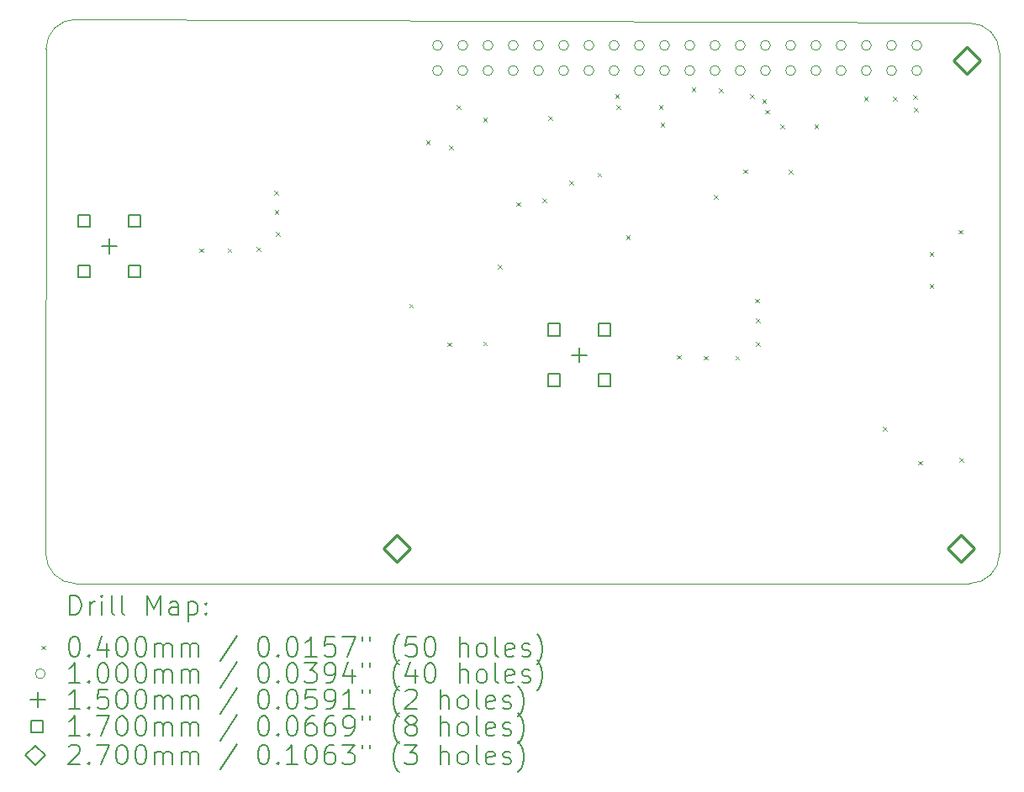
<source format=gbr>
%TF.GenerationSoftware,KiCad,Pcbnew,7.0.2-0*%
%TF.CreationDate,2024-03-08T21:10:53-08:00*%
%TF.ProjectId,Groundstation_Hat,47726f75-6e64-4737-9461-74696f6e5f48,rev?*%
%TF.SameCoordinates,Original*%
%TF.FileFunction,Drillmap*%
%TF.FilePolarity,Positive*%
%FSLAX45Y45*%
G04 Gerber Fmt 4.5, Leading zero omitted, Abs format (unit mm)*
G04 Created by KiCad (PCBNEW 7.0.2-0) date 2024-03-08 21:10:53*
%MOMM*%
%LPD*%
G01*
G04 APERTURE LIST*
%ADD10C,0.100000*%
%ADD11C,0.200000*%
%ADD12C,0.040000*%
%ADD13C,0.150000*%
%ADD14C,0.170000*%
%ADD15C,0.270000*%
G04 APERTURE END LIST*
D10*
X22975000Y-7970000D02*
G75*
G03*
X22675000Y-7670000I-300000J0D01*
G01*
X13670000Y-13320000D02*
X22675000Y-13320000D01*
X22975000Y-7970000D02*
X22975000Y-13020000D01*
X13672132Y-7632132D02*
X22675000Y-7670000D01*
X13372132Y-7932132D02*
X13370000Y-13020000D01*
X22675000Y-13320000D02*
G75*
G03*
X22975000Y-13020000I0J300000D01*
G01*
X13370000Y-13020000D02*
G75*
G03*
X13670000Y-13320000I300000J0D01*
G01*
X13672132Y-7632132D02*
G75*
G03*
X13372132Y-7932132I-2J-299998D01*
G01*
D11*
D12*
X14915000Y-9940000D02*
X14955000Y-9980000D01*
X14955000Y-9940000D02*
X14915000Y-9980000D01*
X15200000Y-9940000D02*
X15240000Y-9980000D01*
X15240000Y-9940000D02*
X15200000Y-9980000D01*
X15490000Y-9930000D02*
X15530000Y-9970000D01*
X15530000Y-9930000D02*
X15490000Y-9970000D01*
X15670000Y-9360000D02*
X15710000Y-9400000D01*
X15710000Y-9360000D02*
X15670000Y-9400000D01*
X15675000Y-9555000D02*
X15715000Y-9595000D01*
X15715000Y-9555000D02*
X15675000Y-9595000D01*
X15685000Y-9775000D02*
X15725000Y-9815000D01*
X15725000Y-9775000D02*
X15685000Y-9815000D01*
X17030000Y-10500000D02*
X17070000Y-10540000D01*
X17070000Y-10500000D02*
X17030000Y-10540000D01*
X17200000Y-8855000D02*
X17240000Y-8895000D01*
X17240000Y-8855000D02*
X17200000Y-8895000D01*
X17415000Y-10890000D02*
X17455000Y-10930000D01*
X17455000Y-10890000D02*
X17415000Y-10930000D01*
X17430000Y-8905000D02*
X17470000Y-8945000D01*
X17470000Y-8905000D02*
X17430000Y-8945000D01*
X17505000Y-8500000D02*
X17545000Y-8540000D01*
X17545000Y-8500000D02*
X17505000Y-8540000D01*
X17775000Y-8625000D02*
X17815000Y-8665000D01*
X17815000Y-8625000D02*
X17775000Y-8665000D01*
X17775000Y-10880000D02*
X17815000Y-10920000D01*
X17815000Y-10880000D02*
X17775000Y-10920000D01*
X17925000Y-10105000D02*
X17965000Y-10145000D01*
X17965000Y-10105000D02*
X17925000Y-10145000D01*
X18110000Y-9475000D02*
X18150000Y-9515000D01*
X18150000Y-9475000D02*
X18110000Y-9515000D01*
X18370000Y-9435000D02*
X18410000Y-9475000D01*
X18410000Y-9435000D02*
X18370000Y-9475000D01*
X18430000Y-8605000D02*
X18470000Y-8645000D01*
X18470000Y-8605000D02*
X18430000Y-8645000D01*
X18640000Y-9260550D02*
X18680000Y-9300550D01*
X18680000Y-9260550D02*
X18640000Y-9300550D01*
X18925000Y-9180000D02*
X18965000Y-9220000D01*
X18965000Y-9180000D02*
X18925000Y-9220000D01*
X19105000Y-8385000D02*
X19145000Y-8425000D01*
X19145000Y-8385000D02*
X19105000Y-8425000D01*
X19118770Y-8498770D02*
X19158770Y-8538770D01*
X19158770Y-8498770D02*
X19118770Y-8538770D01*
X19215000Y-9807450D02*
X19255000Y-9847450D01*
X19255000Y-9807450D02*
X19215000Y-9847450D01*
X19545000Y-8495000D02*
X19585000Y-8535000D01*
X19585000Y-8495000D02*
X19545000Y-8535000D01*
X19560000Y-8677450D02*
X19600000Y-8717450D01*
X19600000Y-8677450D02*
X19560000Y-8717450D01*
X19725000Y-11015000D02*
X19765000Y-11055000D01*
X19765000Y-11015000D02*
X19725000Y-11055000D01*
X19875000Y-8320000D02*
X19915000Y-8360000D01*
X19915000Y-8320000D02*
X19875000Y-8360000D01*
X19995000Y-11025000D02*
X20035000Y-11065000D01*
X20035000Y-11025000D02*
X19995000Y-11065000D01*
X20100000Y-9405450D02*
X20140000Y-9445450D01*
X20140000Y-9405450D02*
X20100000Y-9445450D01*
X20150000Y-8330000D02*
X20190000Y-8370000D01*
X20190000Y-8330000D02*
X20150000Y-8370000D01*
X20315000Y-11025000D02*
X20355000Y-11065000D01*
X20355000Y-11025000D02*
X20315000Y-11065000D01*
X20395000Y-9145000D02*
X20435000Y-9185000D01*
X20435000Y-9145000D02*
X20395000Y-9185000D01*
X20460000Y-8390000D02*
X20500000Y-8430000D01*
X20500000Y-8390000D02*
X20460000Y-8430000D01*
X20515000Y-10450000D02*
X20555000Y-10490000D01*
X20555000Y-10450000D02*
X20515000Y-10490000D01*
X20520000Y-10650000D02*
X20560000Y-10690000D01*
X20560000Y-10650000D02*
X20520000Y-10690000D01*
X20520000Y-10885000D02*
X20560000Y-10925000D01*
X20560000Y-10885000D02*
X20520000Y-10925000D01*
X20585000Y-8440000D02*
X20625000Y-8480000D01*
X20625000Y-8440000D02*
X20585000Y-8480000D01*
X20612550Y-8544852D02*
X20652550Y-8584852D01*
X20652550Y-8544852D02*
X20612550Y-8584852D01*
X20765000Y-8695000D02*
X20805000Y-8735000D01*
X20805000Y-8695000D02*
X20765000Y-8735000D01*
X20855000Y-9150000D02*
X20895000Y-9190000D01*
X20895000Y-9150000D02*
X20855000Y-9190000D01*
X21110000Y-8695000D02*
X21150000Y-8735000D01*
X21150000Y-8695000D02*
X21110000Y-8735000D01*
X21610000Y-8410000D02*
X21650000Y-8450000D01*
X21650000Y-8410000D02*
X21610000Y-8450000D01*
X21800000Y-11740000D02*
X21840000Y-11780000D01*
X21840000Y-11740000D02*
X21800000Y-11780000D01*
X21900000Y-8410000D02*
X21940000Y-8450000D01*
X21940000Y-8410000D02*
X21900000Y-8450000D01*
X22105000Y-8395000D02*
X22145000Y-8435000D01*
X22145000Y-8395000D02*
X22105000Y-8435000D01*
X22115000Y-8525000D02*
X22155000Y-8565000D01*
X22155000Y-8525000D02*
X22115000Y-8565000D01*
X22155000Y-12082500D02*
X22195000Y-12122500D01*
X22195000Y-12082500D02*
X22155000Y-12122500D01*
X22270000Y-9977550D02*
X22310000Y-10017550D01*
X22310000Y-9977550D02*
X22270000Y-10017550D01*
X22270000Y-10300000D02*
X22310000Y-10340000D01*
X22310000Y-10300000D02*
X22270000Y-10340000D01*
X22565000Y-9755000D02*
X22605000Y-9795000D01*
X22605000Y-9755000D02*
X22565000Y-9795000D01*
X22570000Y-12055000D02*
X22610000Y-12095000D01*
X22610000Y-12055000D02*
X22570000Y-12095000D01*
D10*
X17365000Y-7895000D02*
G75*
G03*
X17365000Y-7895000I-50000J0D01*
G01*
X17365000Y-8149000D02*
G75*
G03*
X17365000Y-8149000I-50000J0D01*
G01*
X17619000Y-7895000D02*
G75*
G03*
X17619000Y-7895000I-50000J0D01*
G01*
X17619000Y-8149000D02*
G75*
G03*
X17619000Y-8149000I-50000J0D01*
G01*
X17873000Y-7895000D02*
G75*
G03*
X17873000Y-7895000I-50000J0D01*
G01*
X17873000Y-8149000D02*
G75*
G03*
X17873000Y-8149000I-50000J0D01*
G01*
X18127000Y-7895000D02*
G75*
G03*
X18127000Y-7895000I-50000J0D01*
G01*
X18127000Y-8149000D02*
G75*
G03*
X18127000Y-8149000I-50000J0D01*
G01*
X18381000Y-7895000D02*
G75*
G03*
X18381000Y-7895000I-50000J0D01*
G01*
X18381000Y-8149000D02*
G75*
G03*
X18381000Y-8149000I-50000J0D01*
G01*
X18635000Y-7895000D02*
G75*
G03*
X18635000Y-7895000I-50000J0D01*
G01*
X18635000Y-8149000D02*
G75*
G03*
X18635000Y-8149000I-50000J0D01*
G01*
X18889000Y-7895000D02*
G75*
G03*
X18889000Y-7895000I-50000J0D01*
G01*
X18889000Y-8149000D02*
G75*
G03*
X18889000Y-8149000I-50000J0D01*
G01*
X19143000Y-7895000D02*
G75*
G03*
X19143000Y-7895000I-50000J0D01*
G01*
X19143000Y-8149000D02*
G75*
G03*
X19143000Y-8149000I-50000J0D01*
G01*
X19397000Y-7895000D02*
G75*
G03*
X19397000Y-7895000I-50000J0D01*
G01*
X19397000Y-8149000D02*
G75*
G03*
X19397000Y-8149000I-50000J0D01*
G01*
X19651000Y-7895000D02*
G75*
G03*
X19651000Y-7895000I-50000J0D01*
G01*
X19651000Y-8149000D02*
G75*
G03*
X19651000Y-8149000I-50000J0D01*
G01*
X19905000Y-7895000D02*
G75*
G03*
X19905000Y-7895000I-50000J0D01*
G01*
X19905000Y-8149000D02*
G75*
G03*
X19905000Y-8149000I-50000J0D01*
G01*
X20159000Y-7895000D02*
G75*
G03*
X20159000Y-7895000I-50000J0D01*
G01*
X20159000Y-8149000D02*
G75*
G03*
X20159000Y-8149000I-50000J0D01*
G01*
X20413000Y-7895000D02*
G75*
G03*
X20413000Y-7895000I-50000J0D01*
G01*
X20413000Y-8149000D02*
G75*
G03*
X20413000Y-8149000I-50000J0D01*
G01*
X20667000Y-7895000D02*
G75*
G03*
X20667000Y-7895000I-50000J0D01*
G01*
X20667000Y-8149000D02*
G75*
G03*
X20667000Y-8149000I-50000J0D01*
G01*
X20921000Y-7895000D02*
G75*
G03*
X20921000Y-7895000I-50000J0D01*
G01*
X20921000Y-8149000D02*
G75*
G03*
X20921000Y-8149000I-50000J0D01*
G01*
X21175000Y-7895000D02*
G75*
G03*
X21175000Y-7895000I-50000J0D01*
G01*
X21175000Y-8149000D02*
G75*
G03*
X21175000Y-8149000I-50000J0D01*
G01*
X21429000Y-7895000D02*
G75*
G03*
X21429000Y-7895000I-50000J0D01*
G01*
X21429000Y-8149000D02*
G75*
G03*
X21429000Y-8149000I-50000J0D01*
G01*
X21683000Y-7895000D02*
G75*
G03*
X21683000Y-7895000I-50000J0D01*
G01*
X21683000Y-8149000D02*
G75*
G03*
X21683000Y-8149000I-50000J0D01*
G01*
X21937000Y-7895000D02*
G75*
G03*
X21937000Y-7895000I-50000J0D01*
G01*
X21937000Y-8149000D02*
G75*
G03*
X21937000Y-8149000I-50000J0D01*
G01*
X22191000Y-7895000D02*
G75*
G03*
X22191000Y-7895000I-50000J0D01*
G01*
X22191000Y-8149000D02*
G75*
G03*
X22191000Y-8149000I-50000J0D01*
G01*
D13*
X14011000Y-9843000D02*
X14011000Y-9993000D01*
X13936000Y-9918000D02*
X14086000Y-9918000D01*
X18745000Y-10940000D02*
X18745000Y-11090000D01*
X18670000Y-11015000D02*
X18820000Y-11015000D01*
D14*
X13817105Y-9724105D02*
X13817105Y-9603895D01*
X13696895Y-9603895D01*
X13696895Y-9724105D01*
X13817105Y-9724105D01*
X13817105Y-10232105D02*
X13817105Y-10111895D01*
X13696895Y-10111895D01*
X13696895Y-10232105D01*
X13817105Y-10232105D01*
X14325105Y-9724105D02*
X14325105Y-9603895D01*
X14204895Y-9603895D01*
X14204895Y-9724105D01*
X14325105Y-9724105D01*
X14325105Y-10232105D02*
X14325105Y-10111895D01*
X14204895Y-10111895D01*
X14204895Y-10232105D01*
X14325105Y-10232105D01*
X18551105Y-10821105D02*
X18551105Y-10700895D01*
X18430895Y-10700895D01*
X18430895Y-10821105D01*
X18551105Y-10821105D01*
X18551105Y-11329105D02*
X18551105Y-11208895D01*
X18430895Y-11208895D01*
X18430895Y-11329105D01*
X18551105Y-11329105D01*
X19059105Y-10821105D02*
X19059105Y-10700895D01*
X18938895Y-10700895D01*
X18938895Y-10821105D01*
X19059105Y-10821105D01*
X19059105Y-11329105D02*
X19059105Y-11208895D01*
X18938895Y-11208895D01*
X18938895Y-11329105D01*
X19059105Y-11329105D01*
D15*
X16905000Y-13100000D02*
X17040000Y-12965000D01*
X16905000Y-12830000D01*
X16770000Y-12965000D01*
X16905000Y-13100000D01*
X22590000Y-13100000D02*
X22725000Y-12965000D01*
X22590000Y-12830000D01*
X22455000Y-12965000D01*
X22590000Y-13100000D01*
X22645000Y-8180000D02*
X22780000Y-8045000D01*
X22645000Y-7910000D01*
X22510000Y-8045000D01*
X22645000Y-8180000D01*
D11*
X13612619Y-13637524D02*
X13612619Y-13437524D01*
X13612619Y-13437524D02*
X13660238Y-13437524D01*
X13660238Y-13437524D02*
X13688809Y-13447048D01*
X13688809Y-13447048D02*
X13707857Y-13466095D01*
X13707857Y-13466095D02*
X13717381Y-13485143D01*
X13717381Y-13485143D02*
X13726905Y-13523238D01*
X13726905Y-13523238D02*
X13726905Y-13551810D01*
X13726905Y-13551810D02*
X13717381Y-13589905D01*
X13717381Y-13589905D02*
X13707857Y-13608952D01*
X13707857Y-13608952D02*
X13688809Y-13628000D01*
X13688809Y-13628000D02*
X13660238Y-13637524D01*
X13660238Y-13637524D02*
X13612619Y-13637524D01*
X13812619Y-13637524D02*
X13812619Y-13504190D01*
X13812619Y-13542286D02*
X13822143Y-13523238D01*
X13822143Y-13523238D02*
X13831667Y-13513714D01*
X13831667Y-13513714D02*
X13850714Y-13504190D01*
X13850714Y-13504190D02*
X13869762Y-13504190D01*
X13936428Y-13637524D02*
X13936428Y-13504190D01*
X13936428Y-13437524D02*
X13926905Y-13447048D01*
X13926905Y-13447048D02*
X13936428Y-13456571D01*
X13936428Y-13456571D02*
X13945952Y-13447048D01*
X13945952Y-13447048D02*
X13936428Y-13437524D01*
X13936428Y-13437524D02*
X13936428Y-13456571D01*
X14060238Y-13637524D02*
X14041190Y-13628000D01*
X14041190Y-13628000D02*
X14031667Y-13608952D01*
X14031667Y-13608952D02*
X14031667Y-13437524D01*
X14165000Y-13637524D02*
X14145952Y-13628000D01*
X14145952Y-13628000D02*
X14136428Y-13608952D01*
X14136428Y-13608952D02*
X14136428Y-13437524D01*
X14393571Y-13637524D02*
X14393571Y-13437524D01*
X14393571Y-13437524D02*
X14460238Y-13580381D01*
X14460238Y-13580381D02*
X14526905Y-13437524D01*
X14526905Y-13437524D02*
X14526905Y-13637524D01*
X14707857Y-13637524D02*
X14707857Y-13532762D01*
X14707857Y-13532762D02*
X14698333Y-13513714D01*
X14698333Y-13513714D02*
X14679286Y-13504190D01*
X14679286Y-13504190D02*
X14641190Y-13504190D01*
X14641190Y-13504190D02*
X14622143Y-13513714D01*
X14707857Y-13628000D02*
X14688809Y-13637524D01*
X14688809Y-13637524D02*
X14641190Y-13637524D01*
X14641190Y-13637524D02*
X14622143Y-13628000D01*
X14622143Y-13628000D02*
X14612619Y-13608952D01*
X14612619Y-13608952D02*
X14612619Y-13589905D01*
X14612619Y-13589905D02*
X14622143Y-13570857D01*
X14622143Y-13570857D02*
X14641190Y-13561333D01*
X14641190Y-13561333D02*
X14688809Y-13561333D01*
X14688809Y-13561333D02*
X14707857Y-13551810D01*
X14803095Y-13504190D02*
X14803095Y-13704190D01*
X14803095Y-13513714D02*
X14822143Y-13504190D01*
X14822143Y-13504190D02*
X14860238Y-13504190D01*
X14860238Y-13504190D02*
X14879286Y-13513714D01*
X14879286Y-13513714D02*
X14888809Y-13523238D01*
X14888809Y-13523238D02*
X14898333Y-13542286D01*
X14898333Y-13542286D02*
X14898333Y-13599429D01*
X14898333Y-13599429D02*
X14888809Y-13618476D01*
X14888809Y-13618476D02*
X14879286Y-13628000D01*
X14879286Y-13628000D02*
X14860238Y-13637524D01*
X14860238Y-13637524D02*
X14822143Y-13637524D01*
X14822143Y-13637524D02*
X14803095Y-13628000D01*
X14984048Y-13618476D02*
X14993571Y-13628000D01*
X14993571Y-13628000D02*
X14984048Y-13637524D01*
X14984048Y-13637524D02*
X14974524Y-13628000D01*
X14974524Y-13628000D02*
X14984048Y-13618476D01*
X14984048Y-13618476D02*
X14984048Y-13637524D01*
X14984048Y-13513714D02*
X14993571Y-13523238D01*
X14993571Y-13523238D02*
X14984048Y-13532762D01*
X14984048Y-13532762D02*
X14974524Y-13523238D01*
X14974524Y-13523238D02*
X14984048Y-13513714D01*
X14984048Y-13513714D02*
X14984048Y-13532762D01*
D12*
X13325000Y-13945000D02*
X13365000Y-13985000D01*
X13365000Y-13945000D02*
X13325000Y-13985000D01*
D11*
X13650714Y-13857524D02*
X13669762Y-13857524D01*
X13669762Y-13857524D02*
X13688809Y-13867048D01*
X13688809Y-13867048D02*
X13698333Y-13876571D01*
X13698333Y-13876571D02*
X13707857Y-13895619D01*
X13707857Y-13895619D02*
X13717381Y-13933714D01*
X13717381Y-13933714D02*
X13717381Y-13981333D01*
X13717381Y-13981333D02*
X13707857Y-14019429D01*
X13707857Y-14019429D02*
X13698333Y-14038476D01*
X13698333Y-14038476D02*
X13688809Y-14048000D01*
X13688809Y-14048000D02*
X13669762Y-14057524D01*
X13669762Y-14057524D02*
X13650714Y-14057524D01*
X13650714Y-14057524D02*
X13631667Y-14048000D01*
X13631667Y-14048000D02*
X13622143Y-14038476D01*
X13622143Y-14038476D02*
X13612619Y-14019429D01*
X13612619Y-14019429D02*
X13603095Y-13981333D01*
X13603095Y-13981333D02*
X13603095Y-13933714D01*
X13603095Y-13933714D02*
X13612619Y-13895619D01*
X13612619Y-13895619D02*
X13622143Y-13876571D01*
X13622143Y-13876571D02*
X13631667Y-13867048D01*
X13631667Y-13867048D02*
X13650714Y-13857524D01*
X13803095Y-14038476D02*
X13812619Y-14048000D01*
X13812619Y-14048000D02*
X13803095Y-14057524D01*
X13803095Y-14057524D02*
X13793571Y-14048000D01*
X13793571Y-14048000D02*
X13803095Y-14038476D01*
X13803095Y-14038476D02*
X13803095Y-14057524D01*
X13984048Y-13924190D02*
X13984048Y-14057524D01*
X13936428Y-13848000D02*
X13888809Y-13990857D01*
X13888809Y-13990857D02*
X14012619Y-13990857D01*
X14126905Y-13857524D02*
X14145952Y-13857524D01*
X14145952Y-13857524D02*
X14165000Y-13867048D01*
X14165000Y-13867048D02*
X14174524Y-13876571D01*
X14174524Y-13876571D02*
X14184048Y-13895619D01*
X14184048Y-13895619D02*
X14193571Y-13933714D01*
X14193571Y-13933714D02*
X14193571Y-13981333D01*
X14193571Y-13981333D02*
X14184048Y-14019429D01*
X14184048Y-14019429D02*
X14174524Y-14038476D01*
X14174524Y-14038476D02*
X14165000Y-14048000D01*
X14165000Y-14048000D02*
X14145952Y-14057524D01*
X14145952Y-14057524D02*
X14126905Y-14057524D01*
X14126905Y-14057524D02*
X14107857Y-14048000D01*
X14107857Y-14048000D02*
X14098333Y-14038476D01*
X14098333Y-14038476D02*
X14088809Y-14019429D01*
X14088809Y-14019429D02*
X14079286Y-13981333D01*
X14079286Y-13981333D02*
X14079286Y-13933714D01*
X14079286Y-13933714D02*
X14088809Y-13895619D01*
X14088809Y-13895619D02*
X14098333Y-13876571D01*
X14098333Y-13876571D02*
X14107857Y-13867048D01*
X14107857Y-13867048D02*
X14126905Y-13857524D01*
X14317381Y-13857524D02*
X14336429Y-13857524D01*
X14336429Y-13857524D02*
X14355476Y-13867048D01*
X14355476Y-13867048D02*
X14365000Y-13876571D01*
X14365000Y-13876571D02*
X14374524Y-13895619D01*
X14374524Y-13895619D02*
X14384048Y-13933714D01*
X14384048Y-13933714D02*
X14384048Y-13981333D01*
X14384048Y-13981333D02*
X14374524Y-14019429D01*
X14374524Y-14019429D02*
X14365000Y-14038476D01*
X14365000Y-14038476D02*
X14355476Y-14048000D01*
X14355476Y-14048000D02*
X14336429Y-14057524D01*
X14336429Y-14057524D02*
X14317381Y-14057524D01*
X14317381Y-14057524D02*
X14298333Y-14048000D01*
X14298333Y-14048000D02*
X14288809Y-14038476D01*
X14288809Y-14038476D02*
X14279286Y-14019429D01*
X14279286Y-14019429D02*
X14269762Y-13981333D01*
X14269762Y-13981333D02*
X14269762Y-13933714D01*
X14269762Y-13933714D02*
X14279286Y-13895619D01*
X14279286Y-13895619D02*
X14288809Y-13876571D01*
X14288809Y-13876571D02*
X14298333Y-13867048D01*
X14298333Y-13867048D02*
X14317381Y-13857524D01*
X14469762Y-14057524D02*
X14469762Y-13924190D01*
X14469762Y-13943238D02*
X14479286Y-13933714D01*
X14479286Y-13933714D02*
X14498333Y-13924190D01*
X14498333Y-13924190D02*
X14526905Y-13924190D01*
X14526905Y-13924190D02*
X14545952Y-13933714D01*
X14545952Y-13933714D02*
X14555476Y-13952762D01*
X14555476Y-13952762D02*
X14555476Y-14057524D01*
X14555476Y-13952762D02*
X14565000Y-13933714D01*
X14565000Y-13933714D02*
X14584048Y-13924190D01*
X14584048Y-13924190D02*
X14612619Y-13924190D01*
X14612619Y-13924190D02*
X14631667Y-13933714D01*
X14631667Y-13933714D02*
X14641190Y-13952762D01*
X14641190Y-13952762D02*
X14641190Y-14057524D01*
X14736429Y-14057524D02*
X14736429Y-13924190D01*
X14736429Y-13943238D02*
X14745952Y-13933714D01*
X14745952Y-13933714D02*
X14765000Y-13924190D01*
X14765000Y-13924190D02*
X14793571Y-13924190D01*
X14793571Y-13924190D02*
X14812619Y-13933714D01*
X14812619Y-13933714D02*
X14822143Y-13952762D01*
X14822143Y-13952762D02*
X14822143Y-14057524D01*
X14822143Y-13952762D02*
X14831667Y-13933714D01*
X14831667Y-13933714D02*
X14850714Y-13924190D01*
X14850714Y-13924190D02*
X14879286Y-13924190D01*
X14879286Y-13924190D02*
X14898333Y-13933714D01*
X14898333Y-13933714D02*
X14907857Y-13952762D01*
X14907857Y-13952762D02*
X14907857Y-14057524D01*
X15298333Y-13848000D02*
X15126905Y-14105143D01*
X15555476Y-13857524D02*
X15574524Y-13857524D01*
X15574524Y-13857524D02*
X15593572Y-13867048D01*
X15593572Y-13867048D02*
X15603095Y-13876571D01*
X15603095Y-13876571D02*
X15612619Y-13895619D01*
X15612619Y-13895619D02*
X15622143Y-13933714D01*
X15622143Y-13933714D02*
X15622143Y-13981333D01*
X15622143Y-13981333D02*
X15612619Y-14019429D01*
X15612619Y-14019429D02*
X15603095Y-14038476D01*
X15603095Y-14038476D02*
X15593572Y-14048000D01*
X15593572Y-14048000D02*
X15574524Y-14057524D01*
X15574524Y-14057524D02*
X15555476Y-14057524D01*
X15555476Y-14057524D02*
X15536429Y-14048000D01*
X15536429Y-14048000D02*
X15526905Y-14038476D01*
X15526905Y-14038476D02*
X15517381Y-14019429D01*
X15517381Y-14019429D02*
X15507857Y-13981333D01*
X15507857Y-13981333D02*
X15507857Y-13933714D01*
X15507857Y-13933714D02*
X15517381Y-13895619D01*
X15517381Y-13895619D02*
X15526905Y-13876571D01*
X15526905Y-13876571D02*
X15536429Y-13867048D01*
X15536429Y-13867048D02*
X15555476Y-13857524D01*
X15707857Y-14038476D02*
X15717381Y-14048000D01*
X15717381Y-14048000D02*
X15707857Y-14057524D01*
X15707857Y-14057524D02*
X15698333Y-14048000D01*
X15698333Y-14048000D02*
X15707857Y-14038476D01*
X15707857Y-14038476D02*
X15707857Y-14057524D01*
X15841191Y-13857524D02*
X15860238Y-13857524D01*
X15860238Y-13857524D02*
X15879286Y-13867048D01*
X15879286Y-13867048D02*
X15888810Y-13876571D01*
X15888810Y-13876571D02*
X15898333Y-13895619D01*
X15898333Y-13895619D02*
X15907857Y-13933714D01*
X15907857Y-13933714D02*
X15907857Y-13981333D01*
X15907857Y-13981333D02*
X15898333Y-14019429D01*
X15898333Y-14019429D02*
X15888810Y-14038476D01*
X15888810Y-14038476D02*
X15879286Y-14048000D01*
X15879286Y-14048000D02*
X15860238Y-14057524D01*
X15860238Y-14057524D02*
X15841191Y-14057524D01*
X15841191Y-14057524D02*
X15822143Y-14048000D01*
X15822143Y-14048000D02*
X15812619Y-14038476D01*
X15812619Y-14038476D02*
X15803095Y-14019429D01*
X15803095Y-14019429D02*
X15793572Y-13981333D01*
X15793572Y-13981333D02*
X15793572Y-13933714D01*
X15793572Y-13933714D02*
X15803095Y-13895619D01*
X15803095Y-13895619D02*
X15812619Y-13876571D01*
X15812619Y-13876571D02*
X15822143Y-13867048D01*
X15822143Y-13867048D02*
X15841191Y-13857524D01*
X16098333Y-14057524D02*
X15984048Y-14057524D01*
X16041191Y-14057524D02*
X16041191Y-13857524D01*
X16041191Y-13857524D02*
X16022143Y-13886095D01*
X16022143Y-13886095D02*
X16003095Y-13905143D01*
X16003095Y-13905143D02*
X15984048Y-13914667D01*
X16279286Y-13857524D02*
X16184048Y-13857524D01*
X16184048Y-13857524D02*
X16174524Y-13952762D01*
X16174524Y-13952762D02*
X16184048Y-13943238D01*
X16184048Y-13943238D02*
X16203095Y-13933714D01*
X16203095Y-13933714D02*
X16250714Y-13933714D01*
X16250714Y-13933714D02*
X16269762Y-13943238D01*
X16269762Y-13943238D02*
X16279286Y-13952762D01*
X16279286Y-13952762D02*
X16288810Y-13971810D01*
X16288810Y-13971810D02*
X16288810Y-14019429D01*
X16288810Y-14019429D02*
X16279286Y-14038476D01*
X16279286Y-14038476D02*
X16269762Y-14048000D01*
X16269762Y-14048000D02*
X16250714Y-14057524D01*
X16250714Y-14057524D02*
X16203095Y-14057524D01*
X16203095Y-14057524D02*
X16184048Y-14048000D01*
X16184048Y-14048000D02*
X16174524Y-14038476D01*
X16355476Y-13857524D02*
X16488810Y-13857524D01*
X16488810Y-13857524D02*
X16403095Y-14057524D01*
X16555476Y-13857524D02*
X16555476Y-13895619D01*
X16631667Y-13857524D02*
X16631667Y-13895619D01*
X16926905Y-14133714D02*
X16917381Y-14124190D01*
X16917381Y-14124190D02*
X16898334Y-14095619D01*
X16898334Y-14095619D02*
X16888810Y-14076571D01*
X16888810Y-14076571D02*
X16879286Y-14048000D01*
X16879286Y-14048000D02*
X16869762Y-14000381D01*
X16869762Y-14000381D02*
X16869762Y-13962286D01*
X16869762Y-13962286D02*
X16879286Y-13914667D01*
X16879286Y-13914667D02*
X16888810Y-13886095D01*
X16888810Y-13886095D02*
X16898334Y-13867048D01*
X16898334Y-13867048D02*
X16917381Y-13838476D01*
X16917381Y-13838476D02*
X16926905Y-13828952D01*
X17098334Y-13857524D02*
X17003096Y-13857524D01*
X17003096Y-13857524D02*
X16993572Y-13952762D01*
X16993572Y-13952762D02*
X17003096Y-13943238D01*
X17003096Y-13943238D02*
X17022143Y-13933714D01*
X17022143Y-13933714D02*
X17069762Y-13933714D01*
X17069762Y-13933714D02*
X17088810Y-13943238D01*
X17088810Y-13943238D02*
X17098334Y-13952762D01*
X17098334Y-13952762D02*
X17107857Y-13971810D01*
X17107857Y-13971810D02*
X17107857Y-14019429D01*
X17107857Y-14019429D02*
X17098334Y-14038476D01*
X17098334Y-14038476D02*
X17088810Y-14048000D01*
X17088810Y-14048000D02*
X17069762Y-14057524D01*
X17069762Y-14057524D02*
X17022143Y-14057524D01*
X17022143Y-14057524D02*
X17003096Y-14048000D01*
X17003096Y-14048000D02*
X16993572Y-14038476D01*
X17231667Y-13857524D02*
X17250715Y-13857524D01*
X17250715Y-13857524D02*
X17269762Y-13867048D01*
X17269762Y-13867048D02*
X17279286Y-13876571D01*
X17279286Y-13876571D02*
X17288810Y-13895619D01*
X17288810Y-13895619D02*
X17298334Y-13933714D01*
X17298334Y-13933714D02*
X17298334Y-13981333D01*
X17298334Y-13981333D02*
X17288810Y-14019429D01*
X17288810Y-14019429D02*
X17279286Y-14038476D01*
X17279286Y-14038476D02*
X17269762Y-14048000D01*
X17269762Y-14048000D02*
X17250715Y-14057524D01*
X17250715Y-14057524D02*
X17231667Y-14057524D01*
X17231667Y-14057524D02*
X17212619Y-14048000D01*
X17212619Y-14048000D02*
X17203096Y-14038476D01*
X17203096Y-14038476D02*
X17193572Y-14019429D01*
X17193572Y-14019429D02*
X17184048Y-13981333D01*
X17184048Y-13981333D02*
X17184048Y-13933714D01*
X17184048Y-13933714D02*
X17193572Y-13895619D01*
X17193572Y-13895619D02*
X17203096Y-13876571D01*
X17203096Y-13876571D02*
X17212619Y-13867048D01*
X17212619Y-13867048D02*
X17231667Y-13857524D01*
X17536429Y-14057524D02*
X17536429Y-13857524D01*
X17622143Y-14057524D02*
X17622143Y-13952762D01*
X17622143Y-13952762D02*
X17612619Y-13933714D01*
X17612619Y-13933714D02*
X17593572Y-13924190D01*
X17593572Y-13924190D02*
X17565000Y-13924190D01*
X17565000Y-13924190D02*
X17545953Y-13933714D01*
X17545953Y-13933714D02*
X17536429Y-13943238D01*
X17745953Y-14057524D02*
X17726905Y-14048000D01*
X17726905Y-14048000D02*
X17717381Y-14038476D01*
X17717381Y-14038476D02*
X17707858Y-14019429D01*
X17707858Y-14019429D02*
X17707858Y-13962286D01*
X17707858Y-13962286D02*
X17717381Y-13943238D01*
X17717381Y-13943238D02*
X17726905Y-13933714D01*
X17726905Y-13933714D02*
X17745953Y-13924190D01*
X17745953Y-13924190D02*
X17774524Y-13924190D01*
X17774524Y-13924190D02*
X17793572Y-13933714D01*
X17793572Y-13933714D02*
X17803096Y-13943238D01*
X17803096Y-13943238D02*
X17812619Y-13962286D01*
X17812619Y-13962286D02*
X17812619Y-14019429D01*
X17812619Y-14019429D02*
X17803096Y-14038476D01*
X17803096Y-14038476D02*
X17793572Y-14048000D01*
X17793572Y-14048000D02*
X17774524Y-14057524D01*
X17774524Y-14057524D02*
X17745953Y-14057524D01*
X17926905Y-14057524D02*
X17907858Y-14048000D01*
X17907858Y-14048000D02*
X17898334Y-14028952D01*
X17898334Y-14028952D02*
X17898334Y-13857524D01*
X18079286Y-14048000D02*
X18060239Y-14057524D01*
X18060239Y-14057524D02*
X18022143Y-14057524D01*
X18022143Y-14057524D02*
X18003096Y-14048000D01*
X18003096Y-14048000D02*
X17993572Y-14028952D01*
X17993572Y-14028952D02*
X17993572Y-13952762D01*
X17993572Y-13952762D02*
X18003096Y-13933714D01*
X18003096Y-13933714D02*
X18022143Y-13924190D01*
X18022143Y-13924190D02*
X18060239Y-13924190D01*
X18060239Y-13924190D02*
X18079286Y-13933714D01*
X18079286Y-13933714D02*
X18088810Y-13952762D01*
X18088810Y-13952762D02*
X18088810Y-13971810D01*
X18088810Y-13971810D02*
X17993572Y-13990857D01*
X18165000Y-14048000D02*
X18184048Y-14057524D01*
X18184048Y-14057524D02*
X18222143Y-14057524D01*
X18222143Y-14057524D02*
X18241191Y-14048000D01*
X18241191Y-14048000D02*
X18250715Y-14028952D01*
X18250715Y-14028952D02*
X18250715Y-14019429D01*
X18250715Y-14019429D02*
X18241191Y-14000381D01*
X18241191Y-14000381D02*
X18222143Y-13990857D01*
X18222143Y-13990857D02*
X18193572Y-13990857D01*
X18193572Y-13990857D02*
X18174524Y-13981333D01*
X18174524Y-13981333D02*
X18165000Y-13962286D01*
X18165000Y-13962286D02*
X18165000Y-13952762D01*
X18165000Y-13952762D02*
X18174524Y-13933714D01*
X18174524Y-13933714D02*
X18193572Y-13924190D01*
X18193572Y-13924190D02*
X18222143Y-13924190D01*
X18222143Y-13924190D02*
X18241191Y-13933714D01*
X18317381Y-14133714D02*
X18326905Y-14124190D01*
X18326905Y-14124190D02*
X18345953Y-14095619D01*
X18345953Y-14095619D02*
X18355477Y-14076571D01*
X18355477Y-14076571D02*
X18365000Y-14048000D01*
X18365000Y-14048000D02*
X18374524Y-14000381D01*
X18374524Y-14000381D02*
X18374524Y-13962286D01*
X18374524Y-13962286D02*
X18365000Y-13914667D01*
X18365000Y-13914667D02*
X18355477Y-13886095D01*
X18355477Y-13886095D02*
X18345953Y-13867048D01*
X18345953Y-13867048D02*
X18326905Y-13838476D01*
X18326905Y-13838476D02*
X18317381Y-13828952D01*
D10*
X13365000Y-14229000D02*
G75*
G03*
X13365000Y-14229000I-50000J0D01*
G01*
D11*
X13717381Y-14321524D02*
X13603095Y-14321524D01*
X13660238Y-14321524D02*
X13660238Y-14121524D01*
X13660238Y-14121524D02*
X13641190Y-14150095D01*
X13641190Y-14150095D02*
X13622143Y-14169143D01*
X13622143Y-14169143D02*
X13603095Y-14178667D01*
X13803095Y-14302476D02*
X13812619Y-14312000D01*
X13812619Y-14312000D02*
X13803095Y-14321524D01*
X13803095Y-14321524D02*
X13793571Y-14312000D01*
X13793571Y-14312000D02*
X13803095Y-14302476D01*
X13803095Y-14302476D02*
X13803095Y-14321524D01*
X13936428Y-14121524D02*
X13955476Y-14121524D01*
X13955476Y-14121524D02*
X13974524Y-14131048D01*
X13974524Y-14131048D02*
X13984048Y-14140571D01*
X13984048Y-14140571D02*
X13993571Y-14159619D01*
X13993571Y-14159619D02*
X14003095Y-14197714D01*
X14003095Y-14197714D02*
X14003095Y-14245333D01*
X14003095Y-14245333D02*
X13993571Y-14283429D01*
X13993571Y-14283429D02*
X13984048Y-14302476D01*
X13984048Y-14302476D02*
X13974524Y-14312000D01*
X13974524Y-14312000D02*
X13955476Y-14321524D01*
X13955476Y-14321524D02*
X13936428Y-14321524D01*
X13936428Y-14321524D02*
X13917381Y-14312000D01*
X13917381Y-14312000D02*
X13907857Y-14302476D01*
X13907857Y-14302476D02*
X13898333Y-14283429D01*
X13898333Y-14283429D02*
X13888809Y-14245333D01*
X13888809Y-14245333D02*
X13888809Y-14197714D01*
X13888809Y-14197714D02*
X13898333Y-14159619D01*
X13898333Y-14159619D02*
X13907857Y-14140571D01*
X13907857Y-14140571D02*
X13917381Y-14131048D01*
X13917381Y-14131048D02*
X13936428Y-14121524D01*
X14126905Y-14121524D02*
X14145952Y-14121524D01*
X14145952Y-14121524D02*
X14165000Y-14131048D01*
X14165000Y-14131048D02*
X14174524Y-14140571D01*
X14174524Y-14140571D02*
X14184048Y-14159619D01*
X14184048Y-14159619D02*
X14193571Y-14197714D01*
X14193571Y-14197714D02*
X14193571Y-14245333D01*
X14193571Y-14245333D02*
X14184048Y-14283429D01*
X14184048Y-14283429D02*
X14174524Y-14302476D01*
X14174524Y-14302476D02*
X14165000Y-14312000D01*
X14165000Y-14312000D02*
X14145952Y-14321524D01*
X14145952Y-14321524D02*
X14126905Y-14321524D01*
X14126905Y-14321524D02*
X14107857Y-14312000D01*
X14107857Y-14312000D02*
X14098333Y-14302476D01*
X14098333Y-14302476D02*
X14088809Y-14283429D01*
X14088809Y-14283429D02*
X14079286Y-14245333D01*
X14079286Y-14245333D02*
X14079286Y-14197714D01*
X14079286Y-14197714D02*
X14088809Y-14159619D01*
X14088809Y-14159619D02*
X14098333Y-14140571D01*
X14098333Y-14140571D02*
X14107857Y-14131048D01*
X14107857Y-14131048D02*
X14126905Y-14121524D01*
X14317381Y-14121524D02*
X14336429Y-14121524D01*
X14336429Y-14121524D02*
X14355476Y-14131048D01*
X14355476Y-14131048D02*
X14365000Y-14140571D01*
X14365000Y-14140571D02*
X14374524Y-14159619D01*
X14374524Y-14159619D02*
X14384048Y-14197714D01*
X14384048Y-14197714D02*
X14384048Y-14245333D01*
X14384048Y-14245333D02*
X14374524Y-14283429D01*
X14374524Y-14283429D02*
X14365000Y-14302476D01*
X14365000Y-14302476D02*
X14355476Y-14312000D01*
X14355476Y-14312000D02*
X14336429Y-14321524D01*
X14336429Y-14321524D02*
X14317381Y-14321524D01*
X14317381Y-14321524D02*
X14298333Y-14312000D01*
X14298333Y-14312000D02*
X14288809Y-14302476D01*
X14288809Y-14302476D02*
X14279286Y-14283429D01*
X14279286Y-14283429D02*
X14269762Y-14245333D01*
X14269762Y-14245333D02*
X14269762Y-14197714D01*
X14269762Y-14197714D02*
X14279286Y-14159619D01*
X14279286Y-14159619D02*
X14288809Y-14140571D01*
X14288809Y-14140571D02*
X14298333Y-14131048D01*
X14298333Y-14131048D02*
X14317381Y-14121524D01*
X14469762Y-14321524D02*
X14469762Y-14188190D01*
X14469762Y-14207238D02*
X14479286Y-14197714D01*
X14479286Y-14197714D02*
X14498333Y-14188190D01*
X14498333Y-14188190D02*
X14526905Y-14188190D01*
X14526905Y-14188190D02*
X14545952Y-14197714D01*
X14545952Y-14197714D02*
X14555476Y-14216762D01*
X14555476Y-14216762D02*
X14555476Y-14321524D01*
X14555476Y-14216762D02*
X14565000Y-14197714D01*
X14565000Y-14197714D02*
X14584048Y-14188190D01*
X14584048Y-14188190D02*
X14612619Y-14188190D01*
X14612619Y-14188190D02*
X14631667Y-14197714D01*
X14631667Y-14197714D02*
X14641190Y-14216762D01*
X14641190Y-14216762D02*
X14641190Y-14321524D01*
X14736429Y-14321524D02*
X14736429Y-14188190D01*
X14736429Y-14207238D02*
X14745952Y-14197714D01*
X14745952Y-14197714D02*
X14765000Y-14188190D01*
X14765000Y-14188190D02*
X14793571Y-14188190D01*
X14793571Y-14188190D02*
X14812619Y-14197714D01*
X14812619Y-14197714D02*
X14822143Y-14216762D01*
X14822143Y-14216762D02*
X14822143Y-14321524D01*
X14822143Y-14216762D02*
X14831667Y-14197714D01*
X14831667Y-14197714D02*
X14850714Y-14188190D01*
X14850714Y-14188190D02*
X14879286Y-14188190D01*
X14879286Y-14188190D02*
X14898333Y-14197714D01*
X14898333Y-14197714D02*
X14907857Y-14216762D01*
X14907857Y-14216762D02*
X14907857Y-14321524D01*
X15298333Y-14112000D02*
X15126905Y-14369143D01*
X15555476Y-14121524D02*
X15574524Y-14121524D01*
X15574524Y-14121524D02*
X15593572Y-14131048D01*
X15593572Y-14131048D02*
X15603095Y-14140571D01*
X15603095Y-14140571D02*
X15612619Y-14159619D01*
X15612619Y-14159619D02*
X15622143Y-14197714D01*
X15622143Y-14197714D02*
X15622143Y-14245333D01*
X15622143Y-14245333D02*
X15612619Y-14283429D01*
X15612619Y-14283429D02*
X15603095Y-14302476D01*
X15603095Y-14302476D02*
X15593572Y-14312000D01*
X15593572Y-14312000D02*
X15574524Y-14321524D01*
X15574524Y-14321524D02*
X15555476Y-14321524D01*
X15555476Y-14321524D02*
X15536429Y-14312000D01*
X15536429Y-14312000D02*
X15526905Y-14302476D01*
X15526905Y-14302476D02*
X15517381Y-14283429D01*
X15517381Y-14283429D02*
X15507857Y-14245333D01*
X15507857Y-14245333D02*
X15507857Y-14197714D01*
X15507857Y-14197714D02*
X15517381Y-14159619D01*
X15517381Y-14159619D02*
X15526905Y-14140571D01*
X15526905Y-14140571D02*
X15536429Y-14131048D01*
X15536429Y-14131048D02*
X15555476Y-14121524D01*
X15707857Y-14302476D02*
X15717381Y-14312000D01*
X15717381Y-14312000D02*
X15707857Y-14321524D01*
X15707857Y-14321524D02*
X15698333Y-14312000D01*
X15698333Y-14312000D02*
X15707857Y-14302476D01*
X15707857Y-14302476D02*
X15707857Y-14321524D01*
X15841191Y-14121524D02*
X15860238Y-14121524D01*
X15860238Y-14121524D02*
X15879286Y-14131048D01*
X15879286Y-14131048D02*
X15888810Y-14140571D01*
X15888810Y-14140571D02*
X15898333Y-14159619D01*
X15898333Y-14159619D02*
X15907857Y-14197714D01*
X15907857Y-14197714D02*
X15907857Y-14245333D01*
X15907857Y-14245333D02*
X15898333Y-14283429D01*
X15898333Y-14283429D02*
X15888810Y-14302476D01*
X15888810Y-14302476D02*
X15879286Y-14312000D01*
X15879286Y-14312000D02*
X15860238Y-14321524D01*
X15860238Y-14321524D02*
X15841191Y-14321524D01*
X15841191Y-14321524D02*
X15822143Y-14312000D01*
X15822143Y-14312000D02*
X15812619Y-14302476D01*
X15812619Y-14302476D02*
X15803095Y-14283429D01*
X15803095Y-14283429D02*
X15793572Y-14245333D01*
X15793572Y-14245333D02*
X15793572Y-14197714D01*
X15793572Y-14197714D02*
X15803095Y-14159619D01*
X15803095Y-14159619D02*
X15812619Y-14140571D01*
X15812619Y-14140571D02*
X15822143Y-14131048D01*
X15822143Y-14131048D02*
X15841191Y-14121524D01*
X15974524Y-14121524D02*
X16098333Y-14121524D01*
X16098333Y-14121524D02*
X16031667Y-14197714D01*
X16031667Y-14197714D02*
X16060238Y-14197714D01*
X16060238Y-14197714D02*
X16079286Y-14207238D01*
X16079286Y-14207238D02*
X16088810Y-14216762D01*
X16088810Y-14216762D02*
X16098333Y-14235810D01*
X16098333Y-14235810D02*
X16098333Y-14283429D01*
X16098333Y-14283429D02*
X16088810Y-14302476D01*
X16088810Y-14302476D02*
X16079286Y-14312000D01*
X16079286Y-14312000D02*
X16060238Y-14321524D01*
X16060238Y-14321524D02*
X16003095Y-14321524D01*
X16003095Y-14321524D02*
X15984048Y-14312000D01*
X15984048Y-14312000D02*
X15974524Y-14302476D01*
X16193572Y-14321524D02*
X16231667Y-14321524D01*
X16231667Y-14321524D02*
X16250714Y-14312000D01*
X16250714Y-14312000D02*
X16260238Y-14302476D01*
X16260238Y-14302476D02*
X16279286Y-14273905D01*
X16279286Y-14273905D02*
X16288810Y-14235810D01*
X16288810Y-14235810D02*
X16288810Y-14159619D01*
X16288810Y-14159619D02*
X16279286Y-14140571D01*
X16279286Y-14140571D02*
X16269762Y-14131048D01*
X16269762Y-14131048D02*
X16250714Y-14121524D01*
X16250714Y-14121524D02*
X16212619Y-14121524D01*
X16212619Y-14121524D02*
X16193572Y-14131048D01*
X16193572Y-14131048D02*
X16184048Y-14140571D01*
X16184048Y-14140571D02*
X16174524Y-14159619D01*
X16174524Y-14159619D02*
X16174524Y-14207238D01*
X16174524Y-14207238D02*
X16184048Y-14226286D01*
X16184048Y-14226286D02*
X16193572Y-14235810D01*
X16193572Y-14235810D02*
X16212619Y-14245333D01*
X16212619Y-14245333D02*
X16250714Y-14245333D01*
X16250714Y-14245333D02*
X16269762Y-14235810D01*
X16269762Y-14235810D02*
X16279286Y-14226286D01*
X16279286Y-14226286D02*
X16288810Y-14207238D01*
X16460238Y-14188190D02*
X16460238Y-14321524D01*
X16412619Y-14112000D02*
X16365000Y-14254857D01*
X16365000Y-14254857D02*
X16488810Y-14254857D01*
X16555476Y-14121524D02*
X16555476Y-14159619D01*
X16631667Y-14121524D02*
X16631667Y-14159619D01*
X16926905Y-14397714D02*
X16917381Y-14388190D01*
X16917381Y-14388190D02*
X16898334Y-14359619D01*
X16898334Y-14359619D02*
X16888810Y-14340571D01*
X16888810Y-14340571D02*
X16879286Y-14312000D01*
X16879286Y-14312000D02*
X16869762Y-14264381D01*
X16869762Y-14264381D02*
X16869762Y-14226286D01*
X16869762Y-14226286D02*
X16879286Y-14178667D01*
X16879286Y-14178667D02*
X16888810Y-14150095D01*
X16888810Y-14150095D02*
X16898334Y-14131048D01*
X16898334Y-14131048D02*
X16917381Y-14102476D01*
X16917381Y-14102476D02*
X16926905Y-14092952D01*
X17088810Y-14188190D02*
X17088810Y-14321524D01*
X17041191Y-14112000D02*
X16993572Y-14254857D01*
X16993572Y-14254857D02*
X17117381Y-14254857D01*
X17231667Y-14121524D02*
X17250715Y-14121524D01*
X17250715Y-14121524D02*
X17269762Y-14131048D01*
X17269762Y-14131048D02*
X17279286Y-14140571D01*
X17279286Y-14140571D02*
X17288810Y-14159619D01*
X17288810Y-14159619D02*
X17298334Y-14197714D01*
X17298334Y-14197714D02*
X17298334Y-14245333D01*
X17298334Y-14245333D02*
X17288810Y-14283429D01*
X17288810Y-14283429D02*
X17279286Y-14302476D01*
X17279286Y-14302476D02*
X17269762Y-14312000D01*
X17269762Y-14312000D02*
X17250715Y-14321524D01*
X17250715Y-14321524D02*
X17231667Y-14321524D01*
X17231667Y-14321524D02*
X17212619Y-14312000D01*
X17212619Y-14312000D02*
X17203096Y-14302476D01*
X17203096Y-14302476D02*
X17193572Y-14283429D01*
X17193572Y-14283429D02*
X17184048Y-14245333D01*
X17184048Y-14245333D02*
X17184048Y-14197714D01*
X17184048Y-14197714D02*
X17193572Y-14159619D01*
X17193572Y-14159619D02*
X17203096Y-14140571D01*
X17203096Y-14140571D02*
X17212619Y-14131048D01*
X17212619Y-14131048D02*
X17231667Y-14121524D01*
X17536429Y-14321524D02*
X17536429Y-14121524D01*
X17622143Y-14321524D02*
X17622143Y-14216762D01*
X17622143Y-14216762D02*
X17612619Y-14197714D01*
X17612619Y-14197714D02*
X17593572Y-14188190D01*
X17593572Y-14188190D02*
X17565000Y-14188190D01*
X17565000Y-14188190D02*
X17545953Y-14197714D01*
X17545953Y-14197714D02*
X17536429Y-14207238D01*
X17745953Y-14321524D02*
X17726905Y-14312000D01*
X17726905Y-14312000D02*
X17717381Y-14302476D01*
X17717381Y-14302476D02*
X17707858Y-14283429D01*
X17707858Y-14283429D02*
X17707858Y-14226286D01*
X17707858Y-14226286D02*
X17717381Y-14207238D01*
X17717381Y-14207238D02*
X17726905Y-14197714D01*
X17726905Y-14197714D02*
X17745953Y-14188190D01*
X17745953Y-14188190D02*
X17774524Y-14188190D01*
X17774524Y-14188190D02*
X17793572Y-14197714D01*
X17793572Y-14197714D02*
X17803096Y-14207238D01*
X17803096Y-14207238D02*
X17812619Y-14226286D01*
X17812619Y-14226286D02*
X17812619Y-14283429D01*
X17812619Y-14283429D02*
X17803096Y-14302476D01*
X17803096Y-14302476D02*
X17793572Y-14312000D01*
X17793572Y-14312000D02*
X17774524Y-14321524D01*
X17774524Y-14321524D02*
X17745953Y-14321524D01*
X17926905Y-14321524D02*
X17907858Y-14312000D01*
X17907858Y-14312000D02*
X17898334Y-14292952D01*
X17898334Y-14292952D02*
X17898334Y-14121524D01*
X18079286Y-14312000D02*
X18060239Y-14321524D01*
X18060239Y-14321524D02*
X18022143Y-14321524D01*
X18022143Y-14321524D02*
X18003096Y-14312000D01*
X18003096Y-14312000D02*
X17993572Y-14292952D01*
X17993572Y-14292952D02*
X17993572Y-14216762D01*
X17993572Y-14216762D02*
X18003096Y-14197714D01*
X18003096Y-14197714D02*
X18022143Y-14188190D01*
X18022143Y-14188190D02*
X18060239Y-14188190D01*
X18060239Y-14188190D02*
X18079286Y-14197714D01*
X18079286Y-14197714D02*
X18088810Y-14216762D01*
X18088810Y-14216762D02*
X18088810Y-14235810D01*
X18088810Y-14235810D02*
X17993572Y-14254857D01*
X18165000Y-14312000D02*
X18184048Y-14321524D01*
X18184048Y-14321524D02*
X18222143Y-14321524D01*
X18222143Y-14321524D02*
X18241191Y-14312000D01*
X18241191Y-14312000D02*
X18250715Y-14292952D01*
X18250715Y-14292952D02*
X18250715Y-14283429D01*
X18250715Y-14283429D02*
X18241191Y-14264381D01*
X18241191Y-14264381D02*
X18222143Y-14254857D01*
X18222143Y-14254857D02*
X18193572Y-14254857D01*
X18193572Y-14254857D02*
X18174524Y-14245333D01*
X18174524Y-14245333D02*
X18165000Y-14226286D01*
X18165000Y-14226286D02*
X18165000Y-14216762D01*
X18165000Y-14216762D02*
X18174524Y-14197714D01*
X18174524Y-14197714D02*
X18193572Y-14188190D01*
X18193572Y-14188190D02*
X18222143Y-14188190D01*
X18222143Y-14188190D02*
X18241191Y-14197714D01*
X18317381Y-14397714D02*
X18326905Y-14388190D01*
X18326905Y-14388190D02*
X18345953Y-14359619D01*
X18345953Y-14359619D02*
X18355477Y-14340571D01*
X18355477Y-14340571D02*
X18365000Y-14312000D01*
X18365000Y-14312000D02*
X18374524Y-14264381D01*
X18374524Y-14264381D02*
X18374524Y-14226286D01*
X18374524Y-14226286D02*
X18365000Y-14178667D01*
X18365000Y-14178667D02*
X18355477Y-14150095D01*
X18355477Y-14150095D02*
X18345953Y-14131048D01*
X18345953Y-14131048D02*
X18326905Y-14102476D01*
X18326905Y-14102476D02*
X18317381Y-14092952D01*
D13*
X13290000Y-14418000D02*
X13290000Y-14568000D01*
X13215000Y-14493000D02*
X13365000Y-14493000D01*
D11*
X13717381Y-14585524D02*
X13603095Y-14585524D01*
X13660238Y-14585524D02*
X13660238Y-14385524D01*
X13660238Y-14385524D02*
X13641190Y-14414095D01*
X13641190Y-14414095D02*
X13622143Y-14433143D01*
X13622143Y-14433143D02*
X13603095Y-14442667D01*
X13803095Y-14566476D02*
X13812619Y-14576000D01*
X13812619Y-14576000D02*
X13803095Y-14585524D01*
X13803095Y-14585524D02*
X13793571Y-14576000D01*
X13793571Y-14576000D02*
X13803095Y-14566476D01*
X13803095Y-14566476D02*
X13803095Y-14585524D01*
X13993571Y-14385524D02*
X13898333Y-14385524D01*
X13898333Y-14385524D02*
X13888809Y-14480762D01*
X13888809Y-14480762D02*
X13898333Y-14471238D01*
X13898333Y-14471238D02*
X13917381Y-14461714D01*
X13917381Y-14461714D02*
X13965000Y-14461714D01*
X13965000Y-14461714D02*
X13984048Y-14471238D01*
X13984048Y-14471238D02*
X13993571Y-14480762D01*
X13993571Y-14480762D02*
X14003095Y-14499810D01*
X14003095Y-14499810D02*
X14003095Y-14547429D01*
X14003095Y-14547429D02*
X13993571Y-14566476D01*
X13993571Y-14566476D02*
X13984048Y-14576000D01*
X13984048Y-14576000D02*
X13965000Y-14585524D01*
X13965000Y-14585524D02*
X13917381Y-14585524D01*
X13917381Y-14585524D02*
X13898333Y-14576000D01*
X13898333Y-14576000D02*
X13888809Y-14566476D01*
X14126905Y-14385524D02*
X14145952Y-14385524D01*
X14145952Y-14385524D02*
X14165000Y-14395048D01*
X14165000Y-14395048D02*
X14174524Y-14404571D01*
X14174524Y-14404571D02*
X14184048Y-14423619D01*
X14184048Y-14423619D02*
X14193571Y-14461714D01*
X14193571Y-14461714D02*
X14193571Y-14509333D01*
X14193571Y-14509333D02*
X14184048Y-14547429D01*
X14184048Y-14547429D02*
X14174524Y-14566476D01*
X14174524Y-14566476D02*
X14165000Y-14576000D01*
X14165000Y-14576000D02*
X14145952Y-14585524D01*
X14145952Y-14585524D02*
X14126905Y-14585524D01*
X14126905Y-14585524D02*
X14107857Y-14576000D01*
X14107857Y-14576000D02*
X14098333Y-14566476D01*
X14098333Y-14566476D02*
X14088809Y-14547429D01*
X14088809Y-14547429D02*
X14079286Y-14509333D01*
X14079286Y-14509333D02*
X14079286Y-14461714D01*
X14079286Y-14461714D02*
X14088809Y-14423619D01*
X14088809Y-14423619D02*
X14098333Y-14404571D01*
X14098333Y-14404571D02*
X14107857Y-14395048D01*
X14107857Y-14395048D02*
X14126905Y-14385524D01*
X14317381Y-14385524D02*
X14336429Y-14385524D01*
X14336429Y-14385524D02*
X14355476Y-14395048D01*
X14355476Y-14395048D02*
X14365000Y-14404571D01*
X14365000Y-14404571D02*
X14374524Y-14423619D01*
X14374524Y-14423619D02*
X14384048Y-14461714D01*
X14384048Y-14461714D02*
X14384048Y-14509333D01*
X14384048Y-14509333D02*
X14374524Y-14547429D01*
X14374524Y-14547429D02*
X14365000Y-14566476D01*
X14365000Y-14566476D02*
X14355476Y-14576000D01*
X14355476Y-14576000D02*
X14336429Y-14585524D01*
X14336429Y-14585524D02*
X14317381Y-14585524D01*
X14317381Y-14585524D02*
X14298333Y-14576000D01*
X14298333Y-14576000D02*
X14288809Y-14566476D01*
X14288809Y-14566476D02*
X14279286Y-14547429D01*
X14279286Y-14547429D02*
X14269762Y-14509333D01*
X14269762Y-14509333D02*
X14269762Y-14461714D01*
X14269762Y-14461714D02*
X14279286Y-14423619D01*
X14279286Y-14423619D02*
X14288809Y-14404571D01*
X14288809Y-14404571D02*
X14298333Y-14395048D01*
X14298333Y-14395048D02*
X14317381Y-14385524D01*
X14469762Y-14585524D02*
X14469762Y-14452190D01*
X14469762Y-14471238D02*
X14479286Y-14461714D01*
X14479286Y-14461714D02*
X14498333Y-14452190D01*
X14498333Y-14452190D02*
X14526905Y-14452190D01*
X14526905Y-14452190D02*
X14545952Y-14461714D01*
X14545952Y-14461714D02*
X14555476Y-14480762D01*
X14555476Y-14480762D02*
X14555476Y-14585524D01*
X14555476Y-14480762D02*
X14565000Y-14461714D01*
X14565000Y-14461714D02*
X14584048Y-14452190D01*
X14584048Y-14452190D02*
X14612619Y-14452190D01*
X14612619Y-14452190D02*
X14631667Y-14461714D01*
X14631667Y-14461714D02*
X14641190Y-14480762D01*
X14641190Y-14480762D02*
X14641190Y-14585524D01*
X14736429Y-14585524D02*
X14736429Y-14452190D01*
X14736429Y-14471238D02*
X14745952Y-14461714D01*
X14745952Y-14461714D02*
X14765000Y-14452190D01*
X14765000Y-14452190D02*
X14793571Y-14452190D01*
X14793571Y-14452190D02*
X14812619Y-14461714D01*
X14812619Y-14461714D02*
X14822143Y-14480762D01*
X14822143Y-14480762D02*
X14822143Y-14585524D01*
X14822143Y-14480762D02*
X14831667Y-14461714D01*
X14831667Y-14461714D02*
X14850714Y-14452190D01*
X14850714Y-14452190D02*
X14879286Y-14452190D01*
X14879286Y-14452190D02*
X14898333Y-14461714D01*
X14898333Y-14461714D02*
X14907857Y-14480762D01*
X14907857Y-14480762D02*
X14907857Y-14585524D01*
X15298333Y-14376000D02*
X15126905Y-14633143D01*
X15555476Y-14385524D02*
X15574524Y-14385524D01*
X15574524Y-14385524D02*
X15593572Y-14395048D01*
X15593572Y-14395048D02*
X15603095Y-14404571D01*
X15603095Y-14404571D02*
X15612619Y-14423619D01*
X15612619Y-14423619D02*
X15622143Y-14461714D01*
X15622143Y-14461714D02*
X15622143Y-14509333D01*
X15622143Y-14509333D02*
X15612619Y-14547429D01*
X15612619Y-14547429D02*
X15603095Y-14566476D01*
X15603095Y-14566476D02*
X15593572Y-14576000D01*
X15593572Y-14576000D02*
X15574524Y-14585524D01*
X15574524Y-14585524D02*
X15555476Y-14585524D01*
X15555476Y-14585524D02*
X15536429Y-14576000D01*
X15536429Y-14576000D02*
X15526905Y-14566476D01*
X15526905Y-14566476D02*
X15517381Y-14547429D01*
X15517381Y-14547429D02*
X15507857Y-14509333D01*
X15507857Y-14509333D02*
X15507857Y-14461714D01*
X15507857Y-14461714D02*
X15517381Y-14423619D01*
X15517381Y-14423619D02*
X15526905Y-14404571D01*
X15526905Y-14404571D02*
X15536429Y-14395048D01*
X15536429Y-14395048D02*
X15555476Y-14385524D01*
X15707857Y-14566476D02*
X15717381Y-14576000D01*
X15717381Y-14576000D02*
X15707857Y-14585524D01*
X15707857Y-14585524D02*
X15698333Y-14576000D01*
X15698333Y-14576000D02*
X15707857Y-14566476D01*
X15707857Y-14566476D02*
X15707857Y-14585524D01*
X15841191Y-14385524D02*
X15860238Y-14385524D01*
X15860238Y-14385524D02*
X15879286Y-14395048D01*
X15879286Y-14395048D02*
X15888810Y-14404571D01*
X15888810Y-14404571D02*
X15898333Y-14423619D01*
X15898333Y-14423619D02*
X15907857Y-14461714D01*
X15907857Y-14461714D02*
X15907857Y-14509333D01*
X15907857Y-14509333D02*
X15898333Y-14547429D01*
X15898333Y-14547429D02*
X15888810Y-14566476D01*
X15888810Y-14566476D02*
X15879286Y-14576000D01*
X15879286Y-14576000D02*
X15860238Y-14585524D01*
X15860238Y-14585524D02*
X15841191Y-14585524D01*
X15841191Y-14585524D02*
X15822143Y-14576000D01*
X15822143Y-14576000D02*
X15812619Y-14566476D01*
X15812619Y-14566476D02*
X15803095Y-14547429D01*
X15803095Y-14547429D02*
X15793572Y-14509333D01*
X15793572Y-14509333D02*
X15793572Y-14461714D01*
X15793572Y-14461714D02*
X15803095Y-14423619D01*
X15803095Y-14423619D02*
X15812619Y-14404571D01*
X15812619Y-14404571D02*
X15822143Y-14395048D01*
X15822143Y-14395048D02*
X15841191Y-14385524D01*
X16088810Y-14385524D02*
X15993572Y-14385524D01*
X15993572Y-14385524D02*
X15984048Y-14480762D01*
X15984048Y-14480762D02*
X15993572Y-14471238D01*
X15993572Y-14471238D02*
X16012619Y-14461714D01*
X16012619Y-14461714D02*
X16060238Y-14461714D01*
X16060238Y-14461714D02*
X16079286Y-14471238D01*
X16079286Y-14471238D02*
X16088810Y-14480762D01*
X16088810Y-14480762D02*
X16098333Y-14499810D01*
X16098333Y-14499810D02*
X16098333Y-14547429D01*
X16098333Y-14547429D02*
X16088810Y-14566476D01*
X16088810Y-14566476D02*
X16079286Y-14576000D01*
X16079286Y-14576000D02*
X16060238Y-14585524D01*
X16060238Y-14585524D02*
X16012619Y-14585524D01*
X16012619Y-14585524D02*
X15993572Y-14576000D01*
X15993572Y-14576000D02*
X15984048Y-14566476D01*
X16193572Y-14585524D02*
X16231667Y-14585524D01*
X16231667Y-14585524D02*
X16250714Y-14576000D01*
X16250714Y-14576000D02*
X16260238Y-14566476D01*
X16260238Y-14566476D02*
X16279286Y-14537905D01*
X16279286Y-14537905D02*
X16288810Y-14499810D01*
X16288810Y-14499810D02*
X16288810Y-14423619D01*
X16288810Y-14423619D02*
X16279286Y-14404571D01*
X16279286Y-14404571D02*
X16269762Y-14395048D01*
X16269762Y-14395048D02*
X16250714Y-14385524D01*
X16250714Y-14385524D02*
X16212619Y-14385524D01*
X16212619Y-14385524D02*
X16193572Y-14395048D01*
X16193572Y-14395048D02*
X16184048Y-14404571D01*
X16184048Y-14404571D02*
X16174524Y-14423619D01*
X16174524Y-14423619D02*
X16174524Y-14471238D01*
X16174524Y-14471238D02*
X16184048Y-14490286D01*
X16184048Y-14490286D02*
X16193572Y-14499810D01*
X16193572Y-14499810D02*
X16212619Y-14509333D01*
X16212619Y-14509333D02*
X16250714Y-14509333D01*
X16250714Y-14509333D02*
X16269762Y-14499810D01*
X16269762Y-14499810D02*
X16279286Y-14490286D01*
X16279286Y-14490286D02*
X16288810Y-14471238D01*
X16479286Y-14585524D02*
X16365000Y-14585524D01*
X16422143Y-14585524D02*
X16422143Y-14385524D01*
X16422143Y-14385524D02*
X16403095Y-14414095D01*
X16403095Y-14414095D02*
X16384048Y-14433143D01*
X16384048Y-14433143D02*
X16365000Y-14442667D01*
X16555476Y-14385524D02*
X16555476Y-14423619D01*
X16631667Y-14385524D02*
X16631667Y-14423619D01*
X16926905Y-14661714D02*
X16917381Y-14652190D01*
X16917381Y-14652190D02*
X16898334Y-14623619D01*
X16898334Y-14623619D02*
X16888810Y-14604571D01*
X16888810Y-14604571D02*
X16879286Y-14576000D01*
X16879286Y-14576000D02*
X16869762Y-14528381D01*
X16869762Y-14528381D02*
X16869762Y-14490286D01*
X16869762Y-14490286D02*
X16879286Y-14442667D01*
X16879286Y-14442667D02*
X16888810Y-14414095D01*
X16888810Y-14414095D02*
X16898334Y-14395048D01*
X16898334Y-14395048D02*
X16917381Y-14366476D01*
X16917381Y-14366476D02*
X16926905Y-14356952D01*
X16993572Y-14404571D02*
X17003096Y-14395048D01*
X17003096Y-14395048D02*
X17022143Y-14385524D01*
X17022143Y-14385524D02*
X17069762Y-14385524D01*
X17069762Y-14385524D02*
X17088810Y-14395048D01*
X17088810Y-14395048D02*
X17098334Y-14404571D01*
X17098334Y-14404571D02*
X17107857Y-14423619D01*
X17107857Y-14423619D02*
X17107857Y-14442667D01*
X17107857Y-14442667D02*
X17098334Y-14471238D01*
X17098334Y-14471238D02*
X16984048Y-14585524D01*
X16984048Y-14585524D02*
X17107857Y-14585524D01*
X17345953Y-14585524D02*
X17345953Y-14385524D01*
X17431667Y-14585524D02*
X17431667Y-14480762D01*
X17431667Y-14480762D02*
X17422143Y-14461714D01*
X17422143Y-14461714D02*
X17403096Y-14452190D01*
X17403096Y-14452190D02*
X17374524Y-14452190D01*
X17374524Y-14452190D02*
X17355477Y-14461714D01*
X17355477Y-14461714D02*
X17345953Y-14471238D01*
X17555477Y-14585524D02*
X17536429Y-14576000D01*
X17536429Y-14576000D02*
X17526905Y-14566476D01*
X17526905Y-14566476D02*
X17517381Y-14547429D01*
X17517381Y-14547429D02*
X17517381Y-14490286D01*
X17517381Y-14490286D02*
X17526905Y-14471238D01*
X17526905Y-14471238D02*
X17536429Y-14461714D01*
X17536429Y-14461714D02*
X17555477Y-14452190D01*
X17555477Y-14452190D02*
X17584048Y-14452190D01*
X17584048Y-14452190D02*
X17603096Y-14461714D01*
X17603096Y-14461714D02*
X17612619Y-14471238D01*
X17612619Y-14471238D02*
X17622143Y-14490286D01*
X17622143Y-14490286D02*
X17622143Y-14547429D01*
X17622143Y-14547429D02*
X17612619Y-14566476D01*
X17612619Y-14566476D02*
X17603096Y-14576000D01*
X17603096Y-14576000D02*
X17584048Y-14585524D01*
X17584048Y-14585524D02*
X17555477Y-14585524D01*
X17736429Y-14585524D02*
X17717381Y-14576000D01*
X17717381Y-14576000D02*
X17707858Y-14556952D01*
X17707858Y-14556952D02*
X17707858Y-14385524D01*
X17888810Y-14576000D02*
X17869762Y-14585524D01*
X17869762Y-14585524D02*
X17831667Y-14585524D01*
X17831667Y-14585524D02*
X17812619Y-14576000D01*
X17812619Y-14576000D02*
X17803096Y-14556952D01*
X17803096Y-14556952D02*
X17803096Y-14480762D01*
X17803096Y-14480762D02*
X17812619Y-14461714D01*
X17812619Y-14461714D02*
X17831667Y-14452190D01*
X17831667Y-14452190D02*
X17869762Y-14452190D01*
X17869762Y-14452190D02*
X17888810Y-14461714D01*
X17888810Y-14461714D02*
X17898334Y-14480762D01*
X17898334Y-14480762D02*
X17898334Y-14499810D01*
X17898334Y-14499810D02*
X17803096Y-14518857D01*
X17974524Y-14576000D02*
X17993572Y-14585524D01*
X17993572Y-14585524D02*
X18031667Y-14585524D01*
X18031667Y-14585524D02*
X18050715Y-14576000D01*
X18050715Y-14576000D02*
X18060239Y-14556952D01*
X18060239Y-14556952D02*
X18060239Y-14547429D01*
X18060239Y-14547429D02*
X18050715Y-14528381D01*
X18050715Y-14528381D02*
X18031667Y-14518857D01*
X18031667Y-14518857D02*
X18003096Y-14518857D01*
X18003096Y-14518857D02*
X17984048Y-14509333D01*
X17984048Y-14509333D02*
X17974524Y-14490286D01*
X17974524Y-14490286D02*
X17974524Y-14480762D01*
X17974524Y-14480762D02*
X17984048Y-14461714D01*
X17984048Y-14461714D02*
X18003096Y-14452190D01*
X18003096Y-14452190D02*
X18031667Y-14452190D01*
X18031667Y-14452190D02*
X18050715Y-14461714D01*
X18126905Y-14661714D02*
X18136429Y-14652190D01*
X18136429Y-14652190D02*
X18155477Y-14623619D01*
X18155477Y-14623619D02*
X18165000Y-14604571D01*
X18165000Y-14604571D02*
X18174524Y-14576000D01*
X18174524Y-14576000D02*
X18184048Y-14528381D01*
X18184048Y-14528381D02*
X18184048Y-14490286D01*
X18184048Y-14490286D02*
X18174524Y-14442667D01*
X18174524Y-14442667D02*
X18165000Y-14414095D01*
X18165000Y-14414095D02*
X18155477Y-14395048D01*
X18155477Y-14395048D02*
X18136429Y-14366476D01*
X18136429Y-14366476D02*
X18126905Y-14356952D01*
D14*
X13340105Y-14823105D02*
X13340105Y-14702895D01*
X13219895Y-14702895D01*
X13219895Y-14823105D01*
X13340105Y-14823105D01*
D11*
X13717381Y-14855524D02*
X13603095Y-14855524D01*
X13660238Y-14855524D02*
X13660238Y-14655524D01*
X13660238Y-14655524D02*
X13641190Y-14684095D01*
X13641190Y-14684095D02*
X13622143Y-14703143D01*
X13622143Y-14703143D02*
X13603095Y-14712667D01*
X13803095Y-14836476D02*
X13812619Y-14846000D01*
X13812619Y-14846000D02*
X13803095Y-14855524D01*
X13803095Y-14855524D02*
X13793571Y-14846000D01*
X13793571Y-14846000D02*
X13803095Y-14836476D01*
X13803095Y-14836476D02*
X13803095Y-14855524D01*
X13879286Y-14655524D02*
X14012619Y-14655524D01*
X14012619Y-14655524D02*
X13926905Y-14855524D01*
X14126905Y-14655524D02*
X14145952Y-14655524D01*
X14145952Y-14655524D02*
X14165000Y-14665048D01*
X14165000Y-14665048D02*
X14174524Y-14674571D01*
X14174524Y-14674571D02*
X14184048Y-14693619D01*
X14184048Y-14693619D02*
X14193571Y-14731714D01*
X14193571Y-14731714D02*
X14193571Y-14779333D01*
X14193571Y-14779333D02*
X14184048Y-14817429D01*
X14184048Y-14817429D02*
X14174524Y-14836476D01*
X14174524Y-14836476D02*
X14165000Y-14846000D01*
X14165000Y-14846000D02*
X14145952Y-14855524D01*
X14145952Y-14855524D02*
X14126905Y-14855524D01*
X14126905Y-14855524D02*
X14107857Y-14846000D01*
X14107857Y-14846000D02*
X14098333Y-14836476D01*
X14098333Y-14836476D02*
X14088809Y-14817429D01*
X14088809Y-14817429D02*
X14079286Y-14779333D01*
X14079286Y-14779333D02*
X14079286Y-14731714D01*
X14079286Y-14731714D02*
X14088809Y-14693619D01*
X14088809Y-14693619D02*
X14098333Y-14674571D01*
X14098333Y-14674571D02*
X14107857Y-14665048D01*
X14107857Y-14665048D02*
X14126905Y-14655524D01*
X14317381Y-14655524D02*
X14336429Y-14655524D01*
X14336429Y-14655524D02*
X14355476Y-14665048D01*
X14355476Y-14665048D02*
X14365000Y-14674571D01*
X14365000Y-14674571D02*
X14374524Y-14693619D01*
X14374524Y-14693619D02*
X14384048Y-14731714D01*
X14384048Y-14731714D02*
X14384048Y-14779333D01*
X14384048Y-14779333D02*
X14374524Y-14817429D01*
X14374524Y-14817429D02*
X14365000Y-14836476D01*
X14365000Y-14836476D02*
X14355476Y-14846000D01*
X14355476Y-14846000D02*
X14336429Y-14855524D01*
X14336429Y-14855524D02*
X14317381Y-14855524D01*
X14317381Y-14855524D02*
X14298333Y-14846000D01*
X14298333Y-14846000D02*
X14288809Y-14836476D01*
X14288809Y-14836476D02*
X14279286Y-14817429D01*
X14279286Y-14817429D02*
X14269762Y-14779333D01*
X14269762Y-14779333D02*
X14269762Y-14731714D01*
X14269762Y-14731714D02*
X14279286Y-14693619D01*
X14279286Y-14693619D02*
X14288809Y-14674571D01*
X14288809Y-14674571D02*
X14298333Y-14665048D01*
X14298333Y-14665048D02*
X14317381Y-14655524D01*
X14469762Y-14855524D02*
X14469762Y-14722190D01*
X14469762Y-14741238D02*
X14479286Y-14731714D01*
X14479286Y-14731714D02*
X14498333Y-14722190D01*
X14498333Y-14722190D02*
X14526905Y-14722190D01*
X14526905Y-14722190D02*
X14545952Y-14731714D01*
X14545952Y-14731714D02*
X14555476Y-14750762D01*
X14555476Y-14750762D02*
X14555476Y-14855524D01*
X14555476Y-14750762D02*
X14565000Y-14731714D01*
X14565000Y-14731714D02*
X14584048Y-14722190D01*
X14584048Y-14722190D02*
X14612619Y-14722190D01*
X14612619Y-14722190D02*
X14631667Y-14731714D01*
X14631667Y-14731714D02*
X14641190Y-14750762D01*
X14641190Y-14750762D02*
X14641190Y-14855524D01*
X14736429Y-14855524D02*
X14736429Y-14722190D01*
X14736429Y-14741238D02*
X14745952Y-14731714D01*
X14745952Y-14731714D02*
X14765000Y-14722190D01*
X14765000Y-14722190D02*
X14793571Y-14722190D01*
X14793571Y-14722190D02*
X14812619Y-14731714D01*
X14812619Y-14731714D02*
X14822143Y-14750762D01*
X14822143Y-14750762D02*
X14822143Y-14855524D01*
X14822143Y-14750762D02*
X14831667Y-14731714D01*
X14831667Y-14731714D02*
X14850714Y-14722190D01*
X14850714Y-14722190D02*
X14879286Y-14722190D01*
X14879286Y-14722190D02*
X14898333Y-14731714D01*
X14898333Y-14731714D02*
X14907857Y-14750762D01*
X14907857Y-14750762D02*
X14907857Y-14855524D01*
X15298333Y-14646000D02*
X15126905Y-14903143D01*
X15555476Y-14655524D02*
X15574524Y-14655524D01*
X15574524Y-14655524D02*
X15593572Y-14665048D01*
X15593572Y-14665048D02*
X15603095Y-14674571D01*
X15603095Y-14674571D02*
X15612619Y-14693619D01*
X15612619Y-14693619D02*
X15622143Y-14731714D01*
X15622143Y-14731714D02*
X15622143Y-14779333D01*
X15622143Y-14779333D02*
X15612619Y-14817429D01*
X15612619Y-14817429D02*
X15603095Y-14836476D01*
X15603095Y-14836476D02*
X15593572Y-14846000D01*
X15593572Y-14846000D02*
X15574524Y-14855524D01*
X15574524Y-14855524D02*
X15555476Y-14855524D01*
X15555476Y-14855524D02*
X15536429Y-14846000D01*
X15536429Y-14846000D02*
X15526905Y-14836476D01*
X15526905Y-14836476D02*
X15517381Y-14817429D01*
X15517381Y-14817429D02*
X15507857Y-14779333D01*
X15507857Y-14779333D02*
X15507857Y-14731714D01*
X15507857Y-14731714D02*
X15517381Y-14693619D01*
X15517381Y-14693619D02*
X15526905Y-14674571D01*
X15526905Y-14674571D02*
X15536429Y-14665048D01*
X15536429Y-14665048D02*
X15555476Y-14655524D01*
X15707857Y-14836476D02*
X15717381Y-14846000D01*
X15717381Y-14846000D02*
X15707857Y-14855524D01*
X15707857Y-14855524D02*
X15698333Y-14846000D01*
X15698333Y-14846000D02*
X15707857Y-14836476D01*
X15707857Y-14836476D02*
X15707857Y-14855524D01*
X15841191Y-14655524D02*
X15860238Y-14655524D01*
X15860238Y-14655524D02*
X15879286Y-14665048D01*
X15879286Y-14665048D02*
X15888810Y-14674571D01*
X15888810Y-14674571D02*
X15898333Y-14693619D01*
X15898333Y-14693619D02*
X15907857Y-14731714D01*
X15907857Y-14731714D02*
X15907857Y-14779333D01*
X15907857Y-14779333D02*
X15898333Y-14817429D01*
X15898333Y-14817429D02*
X15888810Y-14836476D01*
X15888810Y-14836476D02*
X15879286Y-14846000D01*
X15879286Y-14846000D02*
X15860238Y-14855524D01*
X15860238Y-14855524D02*
X15841191Y-14855524D01*
X15841191Y-14855524D02*
X15822143Y-14846000D01*
X15822143Y-14846000D02*
X15812619Y-14836476D01*
X15812619Y-14836476D02*
X15803095Y-14817429D01*
X15803095Y-14817429D02*
X15793572Y-14779333D01*
X15793572Y-14779333D02*
X15793572Y-14731714D01*
X15793572Y-14731714D02*
X15803095Y-14693619D01*
X15803095Y-14693619D02*
X15812619Y-14674571D01*
X15812619Y-14674571D02*
X15822143Y-14665048D01*
X15822143Y-14665048D02*
X15841191Y-14655524D01*
X16079286Y-14655524D02*
X16041191Y-14655524D01*
X16041191Y-14655524D02*
X16022143Y-14665048D01*
X16022143Y-14665048D02*
X16012619Y-14674571D01*
X16012619Y-14674571D02*
X15993572Y-14703143D01*
X15993572Y-14703143D02*
X15984048Y-14741238D01*
X15984048Y-14741238D02*
X15984048Y-14817429D01*
X15984048Y-14817429D02*
X15993572Y-14836476D01*
X15993572Y-14836476D02*
X16003095Y-14846000D01*
X16003095Y-14846000D02*
X16022143Y-14855524D01*
X16022143Y-14855524D02*
X16060238Y-14855524D01*
X16060238Y-14855524D02*
X16079286Y-14846000D01*
X16079286Y-14846000D02*
X16088810Y-14836476D01*
X16088810Y-14836476D02*
X16098333Y-14817429D01*
X16098333Y-14817429D02*
X16098333Y-14769810D01*
X16098333Y-14769810D02*
X16088810Y-14750762D01*
X16088810Y-14750762D02*
X16079286Y-14741238D01*
X16079286Y-14741238D02*
X16060238Y-14731714D01*
X16060238Y-14731714D02*
X16022143Y-14731714D01*
X16022143Y-14731714D02*
X16003095Y-14741238D01*
X16003095Y-14741238D02*
X15993572Y-14750762D01*
X15993572Y-14750762D02*
X15984048Y-14769810D01*
X16269762Y-14655524D02*
X16231667Y-14655524D01*
X16231667Y-14655524D02*
X16212619Y-14665048D01*
X16212619Y-14665048D02*
X16203095Y-14674571D01*
X16203095Y-14674571D02*
X16184048Y-14703143D01*
X16184048Y-14703143D02*
X16174524Y-14741238D01*
X16174524Y-14741238D02*
X16174524Y-14817429D01*
X16174524Y-14817429D02*
X16184048Y-14836476D01*
X16184048Y-14836476D02*
X16193572Y-14846000D01*
X16193572Y-14846000D02*
X16212619Y-14855524D01*
X16212619Y-14855524D02*
X16250714Y-14855524D01*
X16250714Y-14855524D02*
X16269762Y-14846000D01*
X16269762Y-14846000D02*
X16279286Y-14836476D01*
X16279286Y-14836476D02*
X16288810Y-14817429D01*
X16288810Y-14817429D02*
X16288810Y-14769810D01*
X16288810Y-14769810D02*
X16279286Y-14750762D01*
X16279286Y-14750762D02*
X16269762Y-14741238D01*
X16269762Y-14741238D02*
X16250714Y-14731714D01*
X16250714Y-14731714D02*
X16212619Y-14731714D01*
X16212619Y-14731714D02*
X16193572Y-14741238D01*
X16193572Y-14741238D02*
X16184048Y-14750762D01*
X16184048Y-14750762D02*
X16174524Y-14769810D01*
X16384048Y-14855524D02*
X16422143Y-14855524D01*
X16422143Y-14855524D02*
X16441191Y-14846000D01*
X16441191Y-14846000D02*
X16450714Y-14836476D01*
X16450714Y-14836476D02*
X16469762Y-14807905D01*
X16469762Y-14807905D02*
X16479286Y-14769810D01*
X16479286Y-14769810D02*
X16479286Y-14693619D01*
X16479286Y-14693619D02*
X16469762Y-14674571D01*
X16469762Y-14674571D02*
X16460238Y-14665048D01*
X16460238Y-14665048D02*
X16441191Y-14655524D01*
X16441191Y-14655524D02*
X16403095Y-14655524D01*
X16403095Y-14655524D02*
X16384048Y-14665048D01*
X16384048Y-14665048D02*
X16374524Y-14674571D01*
X16374524Y-14674571D02*
X16365000Y-14693619D01*
X16365000Y-14693619D02*
X16365000Y-14741238D01*
X16365000Y-14741238D02*
X16374524Y-14760286D01*
X16374524Y-14760286D02*
X16384048Y-14769810D01*
X16384048Y-14769810D02*
X16403095Y-14779333D01*
X16403095Y-14779333D02*
X16441191Y-14779333D01*
X16441191Y-14779333D02*
X16460238Y-14769810D01*
X16460238Y-14769810D02*
X16469762Y-14760286D01*
X16469762Y-14760286D02*
X16479286Y-14741238D01*
X16555476Y-14655524D02*
X16555476Y-14693619D01*
X16631667Y-14655524D02*
X16631667Y-14693619D01*
X16926905Y-14931714D02*
X16917381Y-14922190D01*
X16917381Y-14922190D02*
X16898334Y-14893619D01*
X16898334Y-14893619D02*
X16888810Y-14874571D01*
X16888810Y-14874571D02*
X16879286Y-14846000D01*
X16879286Y-14846000D02*
X16869762Y-14798381D01*
X16869762Y-14798381D02*
X16869762Y-14760286D01*
X16869762Y-14760286D02*
X16879286Y-14712667D01*
X16879286Y-14712667D02*
X16888810Y-14684095D01*
X16888810Y-14684095D02*
X16898334Y-14665048D01*
X16898334Y-14665048D02*
X16917381Y-14636476D01*
X16917381Y-14636476D02*
X16926905Y-14626952D01*
X17031667Y-14741238D02*
X17012619Y-14731714D01*
X17012619Y-14731714D02*
X17003096Y-14722190D01*
X17003096Y-14722190D02*
X16993572Y-14703143D01*
X16993572Y-14703143D02*
X16993572Y-14693619D01*
X16993572Y-14693619D02*
X17003096Y-14674571D01*
X17003096Y-14674571D02*
X17012619Y-14665048D01*
X17012619Y-14665048D02*
X17031667Y-14655524D01*
X17031667Y-14655524D02*
X17069762Y-14655524D01*
X17069762Y-14655524D02*
X17088810Y-14665048D01*
X17088810Y-14665048D02*
X17098334Y-14674571D01*
X17098334Y-14674571D02*
X17107857Y-14693619D01*
X17107857Y-14693619D02*
X17107857Y-14703143D01*
X17107857Y-14703143D02*
X17098334Y-14722190D01*
X17098334Y-14722190D02*
X17088810Y-14731714D01*
X17088810Y-14731714D02*
X17069762Y-14741238D01*
X17069762Y-14741238D02*
X17031667Y-14741238D01*
X17031667Y-14741238D02*
X17012619Y-14750762D01*
X17012619Y-14750762D02*
X17003096Y-14760286D01*
X17003096Y-14760286D02*
X16993572Y-14779333D01*
X16993572Y-14779333D02*
X16993572Y-14817429D01*
X16993572Y-14817429D02*
X17003096Y-14836476D01*
X17003096Y-14836476D02*
X17012619Y-14846000D01*
X17012619Y-14846000D02*
X17031667Y-14855524D01*
X17031667Y-14855524D02*
X17069762Y-14855524D01*
X17069762Y-14855524D02*
X17088810Y-14846000D01*
X17088810Y-14846000D02*
X17098334Y-14836476D01*
X17098334Y-14836476D02*
X17107857Y-14817429D01*
X17107857Y-14817429D02*
X17107857Y-14779333D01*
X17107857Y-14779333D02*
X17098334Y-14760286D01*
X17098334Y-14760286D02*
X17088810Y-14750762D01*
X17088810Y-14750762D02*
X17069762Y-14741238D01*
X17345953Y-14855524D02*
X17345953Y-14655524D01*
X17431667Y-14855524D02*
X17431667Y-14750762D01*
X17431667Y-14750762D02*
X17422143Y-14731714D01*
X17422143Y-14731714D02*
X17403096Y-14722190D01*
X17403096Y-14722190D02*
X17374524Y-14722190D01*
X17374524Y-14722190D02*
X17355477Y-14731714D01*
X17355477Y-14731714D02*
X17345953Y-14741238D01*
X17555477Y-14855524D02*
X17536429Y-14846000D01*
X17536429Y-14846000D02*
X17526905Y-14836476D01*
X17526905Y-14836476D02*
X17517381Y-14817429D01*
X17517381Y-14817429D02*
X17517381Y-14760286D01*
X17517381Y-14760286D02*
X17526905Y-14741238D01*
X17526905Y-14741238D02*
X17536429Y-14731714D01*
X17536429Y-14731714D02*
X17555477Y-14722190D01*
X17555477Y-14722190D02*
X17584048Y-14722190D01*
X17584048Y-14722190D02*
X17603096Y-14731714D01*
X17603096Y-14731714D02*
X17612619Y-14741238D01*
X17612619Y-14741238D02*
X17622143Y-14760286D01*
X17622143Y-14760286D02*
X17622143Y-14817429D01*
X17622143Y-14817429D02*
X17612619Y-14836476D01*
X17612619Y-14836476D02*
X17603096Y-14846000D01*
X17603096Y-14846000D02*
X17584048Y-14855524D01*
X17584048Y-14855524D02*
X17555477Y-14855524D01*
X17736429Y-14855524D02*
X17717381Y-14846000D01*
X17717381Y-14846000D02*
X17707858Y-14826952D01*
X17707858Y-14826952D02*
X17707858Y-14655524D01*
X17888810Y-14846000D02*
X17869762Y-14855524D01*
X17869762Y-14855524D02*
X17831667Y-14855524D01*
X17831667Y-14855524D02*
X17812619Y-14846000D01*
X17812619Y-14846000D02*
X17803096Y-14826952D01*
X17803096Y-14826952D02*
X17803096Y-14750762D01*
X17803096Y-14750762D02*
X17812619Y-14731714D01*
X17812619Y-14731714D02*
X17831667Y-14722190D01*
X17831667Y-14722190D02*
X17869762Y-14722190D01*
X17869762Y-14722190D02*
X17888810Y-14731714D01*
X17888810Y-14731714D02*
X17898334Y-14750762D01*
X17898334Y-14750762D02*
X17898334Y-14769810D01*
X17898334Y-14769810D02*
X17803096Y-14788857D01*
X17974524Y-14846000D02*
X17993572Y-14855524D01*
X17993572Y-14855524D02*
X18031667Y-14855524D01*
X18031667Y-14855524D02*
X18050715Y-14846000D01*
X18050715Y-14846000D02*
X18060239Y-14826952D01*
X18060239Y-14826952D02*
X18060239Y-14817429D01*
X18060239Y-14817429D02*
X18050715Y-14798381D01*
X18050715Y-14798381D02*
X18031667Y-14788857D01*
X18031667Y-14788857D02*
X18003096Y-14788857D01*
X18003096Y-14788857D02*
X17984048Y-14779333D01*
X17984048Y-14779333D02*
X17974524Y-14760286D01*
X17974524Y-14760286D02*
X17974524Y-14750762D01*
X17974524Y-14750762D02*
X17984048Y-14731714D01*
X17984048Y-14731714D02*
X18003096Y-14722190D01*
X18003096Y-14722190D02*
X18031667Y-14722190D01*
X18031667Y-14722190D02*
X18050715Y-14731714D01*
X18126905Y-14931714D02*
X18136429Y-14922190D01*
X18136429Y-14922190D02*
X18155477Y-14893619D01*
X18155477Y-14893619D02*
X18165000Y-14874571D01*
X18165000Y-14874571D02*
X18174524Y-14846000D01*
X18174524Y-14846000D02*
X18184048Y-14798381D01*
X18184048Y-14798381D02*
X18184048Y-14760286D01*
X18184048Y-14760286D02*
X18174524Y-14712667D01*
X18174524Y-14712667D02*
X18165000Y-14684095D01*
X18165000Y-14684095D02*
X18155477Y-14665048D01*
X18155477Y-14665048D02*
X18136429Y-14636476D01*
X18136429Y-14636476D02*
X18126905Y-14626952D01*
X13265000Y-15153000D02*
X13365000Y-15053000D01*
X13265000Y-14953000D01*
X13165000Y-15053000D01*
X13265000Y-15153000D01*
X13603095Y-14964571D02*
X13612619Y-14955048D01*
X13612619Y-14955048D02*
X13631667Y-14945524D01*
X13631667Y-14945524D02*
X13679286Y-14945524D01*
X13679286Y-14945524D02*
X13698333Y-14955048D01*
X13698333Y-14955048D02*
X13707857Y-14964571D01*
X13707857Y-14964571D02*
X13717381Y-14983619D01*
X13717381Y-14983619D02*
X13717381Y-15002667D01*
X13717381Y-15002667D02*
X13707857Y-15031238D01*
X13707857Y-15031238D02*
X13593571Y-15145524D01*
X13593571Y-15145524D02*
X13717381Y-15145524D01*
X13803095Y-15126476D02*
X13812619Y-15136000D01*
X13812619Y-15136000D02*
X13803095Y-15145524D01*
X13803095Y-15145524D02*
X13793571Y-15136000D01*
X13793571Y-15136000D02*
X13803095Y-15126476D01*
X13803095Y-15126476D02*
X13803095Y-15145524D01*
X13879286Y-14945524D02*
X14012619Y-14945524D01*
X14012619Y-14945524D02*
X13926905Y-15145524D01*
X14126905Y-14945524D02*
X14145952Y-14945524D01*
X14145952Y-14945524D02*
X14165000Y-14955048D01*
X14165000Y-14955048D02*
X14174524Y-14964571D01*
X14174524Y-14964571D02*
X14184048Y-14983619D01*
X14184048Y-14983619D02*
X14193571Y-15021714D01*
X14193571Y-15021714D02*
X14193571Y-15069333D01*
X14193571Y-15069333D02*
X14184048Y-15107429D01*
X14184048Y-15107429D02*
X14174524Y-15126476D01*
X14174524Y-15126476D02*
X14165000Y-15136000D01*
X14165000Y-15136000D02*
X14145952Y-15145524D01*
X14145952Y-15145524D02*
X14126905Y-15145524D01*
X14126905Y-15145524D02*
X14107857Y-15136000D01*
X14107857Y-15136000D02*
X14098333Y-15126476D01*
X14098333Y-15126476D02*
X14088809Y-15107429D01*
X14088809Y-15107429D02*
X14079286Y-15069333D01*
X14079286Y-15069333D02*
X14079286Y-15021714D01*
X14079286Y-15021714D02*
X14088809Y-14983619D01*
X14088809Y-14983619D02*
X14098333Y-14964571D01*
X14098333Y-14964571D02*
X14107857Y-14955048D01*
X14107857Y-14955048D02*
X14126905Y-14945524D01*
X14317381Y-14945524D02*
X14336429Y-14945524D01*
X14336429Y-14945524D02*
X14355476Y-14955048D01*
X14355476Y-14955048D02*
X14365000Y-14964571D01*
X14365000Y-14964571D02*
X14374524Y-14983619D01*
X14374524Y-14983619D02*
X14384048Y-15021714D01*
X14384048Y-15021714D02*
X14384048Y-15069333D01*
X14384048Y-15069333D02*
X14374524Y-15107429D01*
X14374524Y-15107429D02*
X14365000Y-15126476D01*
X14365000Y-15126476D02*
X14355476Y-15136000D01*
X14355476Y-15136000D02*
X14336429Y-15145524D01*
X14336429Y-15145524D02*
X14317381Y-15145524D01*
X14317381Y-15145524D02*
X14298333Y-15136000D01*
X14298333Y-15136000D02*
X14288809Y-15126476D01*
X14288809Y-15126476D02*
X14279286Y-15107429D01*
X14279286Y-15107429D02*
X14269762Y-15069333D01*
X14269762Y-15069333D02*
X14269762Y-15021714D01*
X14269762Y-15021714D02*
X14279286Y-14983619D01*
X14279286Y-14983619D02*
X14288809Y-14964571D01*
X14288809Y-14964571D02*
X14298333Y-14955048D01*
X14298333Y-14955048D02*
X14317381Y-14945524D01*
X14469762Y-15145524D02*
X14469762Y-15012190D01*
X14469762Y-15031238D02*
X14479286Y-15021714D01*
X14479286Y-15021714D02*
X14498333Y-15012190D01*
X14498333Y-15012190D02*
X14526905Y-15012190D01*
X14526905Y-15012190D02*
X14545952Y-15021714D01*
X14545952Y-15021714D02*
X14555476Y-15040762D01*
X14555476Y-15040762D02*
X14555476Y-15145524D01*
X14555476Y-15040762D02*
X14565000Y-15021714D01*
X14565000Y-15021714D02*
X14584048Y-15012190D01*
X14584048Y-15012190D02*
X14612619Y-15012190D01*
X14612619Y-15012190D02*
X14631667Y-15021714D01*
X14631667Y-15021714D02*
X14641190Y-15040762D01*
X14641190Y-15040762D02*
X14641190Y-15145524D01*
X14736429Y-15145524D02*
X14736429Y-15012190D01*
X14736429Y-15031238D02*
X14745952Y-15021714D01*
X14745952Y-15021714D02*
X14765000Y-15012190D01*
X14765000Y-15012190D02*
X14793571Y-15012190D01*
X14793571Y-15012190D02*
X14812619Y-15021714D01*
X14812619Y-15021714D02*
X14822143Y-15040762D01*
X14822143Y-15040762D02*
X14822143Y-15145524D01*
X14822143Y-15040762D02*
X14831667Y-15021714D01*
X14831667Y-15021714D02*
X14850714Y-15012190D01*
X14850714Y-15012190D02*
X14879286Y-15012190D01*
X14879286Y-15012190D02*
X14898333Y-15021714D01*
X14898333Y-15021714D02*
X14907857Y-15040762D01*
X14907857Y-15040762D02*
X14907857Y-15145524D01*
X15298333Y-14936000D02*
X15126905Y-15193143D01*
X15555476Y-14945524D02*
X15574524Y-14945524D01*
X15574524Y-14945524D02*
X15593572Y-14955048D01*
X15593572Y-14955048D02*
X15603095Y-14964571D01*
X15603095Y-14964571D02*
X15612619Y-14983619D01*
X15612619Y-14983619D02*
X15622143Y-15021714D01*
X15622143Y-15021714D02*
X15622143Y-15069333D01*
X15622143Y-15069333D02*
X15612619Y-15107429D01*
X15612619Y-15107429D02*
X15603095Y-15126476D01*
X15603095Y-15126476D02*
X15593572Y-15136000D01*
X15593572Y-15136000D02*
X15574524Y-15145524D01*
X15574524Y-15145524D02*
X15555476Y-15145524D01*
X15555476Y-15145524D02*
X15536429Y-15136000D01*
X15536429Y-15136000D02*
X15526905Y-15126476D01*
X15526905Y-15126476D02*
X15517381Y-15107429D01*
X15517381Y-15107429D02*
X15507857Y-15069333D01*
X15507857Y-15069333D02*
X15507857Y-15021714D01*
X15507857Y-15021714D02*
X15517381Y-14983619D01*
X15517381Y-14983619D02*
X15526905Y-14964571D01*
X15526905Y-14964571D02*
X15536429Y-14955048D01*
X15536429Y-14955048D02*
X15555476Y-14945524D01*
X15707857Y-15126476D02*
X15717381Y-15136000D01*
X15717381Y-15136000D02*
X15707857Y-15145524D01*
X15707857Y-15145524D02*
X15698333Y-15136000D01*
X15698333Y-15136000D02*
X15707857Y-15126476D01*
X15707857Y-15126476D02*
X15707857Y-15145524D01*
X15907857Y-15145524D02*
X15793572Y-15145524D01*
X15850714Y-15145524D02*
X15850714Y-14945524D01*
X15850714Y-14945524D02*
X15831667Y-14974095D01*
X15831667Y-14974095D02*
X15812619Y-14993143D01*
X15812619Y-14993143D02*
X15793572Y-15002667D01*
X16031667Y-14945524D02*
X16050714Y-14945524D01*
X16050714Y-14945524D02*
X16069762Y-14955048D01*
X16069762Y-14955048D02*
X16079286Y-14964571D01*
X16079286Y-14964571D02*
X16088810Y-14983619D01*
X16088810Y-14983619D02*
X16098333Y-15021714D01*
X16098333Y-15021714D02*
X16098333Y-15069333D01*
X16098333Y-15069333D02*
X16088810Y-15107429D01*
X16088810Y-15107429D02*
X16079286Y-15126476D01*
X16079286Y-15126476D02*
X16069762Y-15136000D01*
X16069762Y-15136000D02*
X16050714Y-15145524D01*
X16050714Y-15145524D02*
X16031667Y-15145524D01*
X16031667Y-15145524D02*
X16012619Y-15136000D01*
X16012619Y-15136000D02*
X16003095Y-15126476D01*
X16003095Y-15126476D02*
X15993572Y-15107429D01*
X15993572Y-15107429D02*
X15984048Y-15069333D01*
X15984048Y-15069333D02*
X15984048Y-15021714D01*
X15984048Y-15021714D02*
X15993572Y-14983619D01*
X15993572Y-14983619D02*
X16003095Y-14964571D01*
X16003095Y-14964571D02*
X16012619Y-14955048D01*
X16012619Y-14955048D02*
X16031667Y-14945524D01*
X16269762Y-14945524D02*
X16231667Y-14945524D01*
X16231667Y-14945524D02*
X16212619Y-14955048D01*
X16212619Y-14955048D02*
X16203095Y-14964571D01*
X16203095Y-14964571D02*
X16184048Y-14993143D01*
X16184048Y-14993143D02*
X16174524Y-15031238D01*
X16174524Y-15031238D02*
X16174524Y-15107429D01*
X16174524Y-15107429D02*
X16184048Y-15126476D01*
X16184048Y-15126476D02*
X16193572Y-15136000D01*
X16193572Y-15136000D02*
X16212619Y-15145524D01*
X16212619Y-15145524D02*
X16250714Y-15145524D01*
X16250714Y-15145524D02*
X16269762Y-15136000D01*
X16269762Y-15136000D02*
X16279286Y-15126476D01*
X16279286Y-15126476D02*
X16288810Y-15107429D01*
X16288810Y-15107429D02*
X16288810Y-15059810D01*
X16288810Y-15059810D02*
X16279286Y-15040762D01*
X16279286Y-15040762D02*
X16269762Y-15031238D01*
X16269762Y-15031238D02*
X16250714Y-15021714D01*
X16250714Y-15021714D02*
X16212619Y-15021714D01*
X16212619Y-15021714D02*
X16193572Y-15031238D01*
X16193572Y-15031238D02*
X16184048Y-15040762D01*
X16184048Y-15040762D02*
X16174524Y-15059810D01*
X16355476Y-14945524D02*
X16479286Y-14945524D01*
X16479286Y-14945524D02*
X16412619Y-15021714D01*
X16412619Y-15021714D02*
X16441191Y-15021714D01*
X16441191Y-15021714D02*
X16460238Y-15031238D01*
X16460238Y-15031238D02*
X16469762Y-15040762D01*
X16469762Y-15040762D02*
X16479286Y-15059810D01*
X16479286Y-15059810D02*
X16479286Y-15107429D01*
X16479286Y-15107429D02*
X16469762Y-15126476D01*
X16469762Y-15126476D02*
X16460238Y-15136000D01*
X16460238Y-15136000D02*
X16441191Y-15145524D01*
X16441191Y-15145524D02*
X16384048Y-15145524D01*
X16384048Y-15145524D02*
X16365000Y-15136000D01*
X16365000Y-15136000D02*
X16355476Y-15126476D01*
X16555476Y-14945524D02*
X16555476Y-14983619D01*
X16631667Y-14945524D02*
X16631667Y-14983619D01*
X16926905Y-15221714D02*
X16917381Y-15212190D01*
X16917381Y-15212190D02*
X16898334Y-15183619D01*
X16898334Y-15183619D02*
X16888810Y-15164571D01*
X16888810Y-15164571D02*
X16879286Y-15136000D01*
X16879286Y-15136000D02*
X16869762Y-15088381D01*
X16869762Y-15088381D02*
X16869762Y-15050286D01*
X16869762Y-15050286D02*
X16879286Y-15002667D01*
X16879286Y-15002667D02*
X16888810Y-14974095D01*
X16888810Y-14974095D02*
X16898334Y-14955048D01*
X16898334Y-14955048D02*
X16917381Y-14926476D01*
X16917381Y-14926476D02*
X16926905Y-14916952D01*
X16984048Y-14945524D02*
X17107857Y-14945524D01*
X17107857Y-14945524D02*
X17041191Y-15021714D01*
X17041191Y-15021714D02*
X17069762Y-15021714D01*
X17069762Y-15021714D02*
X17088810Y-15031238D01*
X17088810Y-15031238D02*
X17098334Y-15040762D01*
X17098334Y-15040762D02*
X17107857Y-15059810D01*
X17107857Y-15059810D02*
X17107857Y-15107429D01*
X17107857Y-15107429D02*
X17098334Y-15126476D01*
X17098334Y-15126476D02*
X17088810Y-15136000D01*
X17088810Y-15136000D02*
X17069762Y-15145524D01*
X17069762Y-15145524D02*
X17012619Y-15145524D01*
X17012619Y-15145524D02*
X16993572Y-15136000D01*
X16993572Y-15136000D02*
X16984048Y-15126476D01*
X17345953Y-15145524D02*
X17345953Y-14945524D01*
X17431667Y-15145524D02*
X17431667Y-15040762D01*
X17431667Y-15040762D02*
X17422143Y-15021714D01*
X17422143Y-15021714D02*
X17403096Y-15012190D01*
X17403096Y-15012190D02*
X17374524Y-15012190D01*
X17374524Y-15012190D02*
X17355477Y-15021714D01*
X17355477Y-15021714D02*
X17345953Y-15031238D01*
X17555477Y-15145524D02*
X17536429Y-15136000D01*
X17536429Y-15136000D02*
X17526905Y-15126476D01*
X17526905Y-15126476D02*
X17517381Y-15107429D01*
X17517381Y-15107429D02*
X17517381Y-15050286D01*
X17517381Y-15050286D02*
X17526905Y-15031238D01*
X17526905Y-15031238D02*
X17536429Y-15021714D01*
X17536429Y-15021714D02*
X17555477Y-15012190D01*
X17555477Y-15012190D02*
X17584048Y-15012190D01*
X17584048Y-15012190D02*
X17603096Y-15021714D01*
X17603096Y-15021714D02*
X17612619Y-15031238D01*
X17612619Y-15031238D02*
X17622143Y-15050286D01*
X17622143Y-15050286D02*
X17622143Y-15107429D01*
X17622143Y-15107429D02*
X17612619Y-15126476D01*
X17612619Y-15126476D02*
X17603096Y-15136000D01*
X17603096Y-15136000D02*
X17584048Y-15145524D01*
X17584048Y-15145524D02*
X17555477Y-15145524D01*
X17736429Y-15145524D02*
X17717381Y-15136000D01*
X17717381Y-15136000D02*
X17707858Y-15116952D01*
X17707858Y-15116952D02*
X17707858Y-14945524D01*
X17888810Y-15136000D02*
X17869762Y-15145524D01*
X17869762Y-15145524D02*
X17831667Y-15145524D01*
X17831667Y-15145524D02*
X17812619Y-15136000D01*
X17812619Y-15136000D02*
X17803096Y-15116952D01*
X17803096Y-15116952D02*
X17803096Y-15040762D01*
X17803096Y-15040762D02*
X17812619Y-15021714D01*
X17812619Y-15021714D02*
X17831667Y-15012190D01*
X17831667Y-15012190D02*
X17869762Y-15012190D01*
X17869762Y-15012190D02*
X17888810Y-15021714D01*
X17888810Y-15021714D02*
X17898334Y-15040762D01*
X17898334Y-15040762D02*
X17898334Y-15059810D01*
X17898334Y-15059810D02*
X17803096Y-15078857D01*
X17974524Y-15136000D02*
X17993572Y-15145524D01*
X17993572Y-15145524D02*
X18031667Y-15145524D01*
X18031667Y-15145524D02*
X18050715Y-15136000D01*
X18050715Y-15136000D02*
X18060239Y-15116952D01*
X18060239Y-15116952D02*
X18060239Y-15107429D01*
X18060239Y-15107429D02*
X18050715Y-15088381D01*
X18050715Y-15088381D02*
X18031667Y-15078857D01*
X18031667Y-15078857D02*
X18003096Y-15078857D01*
X18003096Y-15078857D02*
X17984048Y-15069333D01*
X17984048Y-15069333D02*
X17974524Y-15050286D01*
X17974524Y-15050286D02*
X17974524Y-15040762D01*
X17974524Y-15040762D02*
X17984048Y-15021714D01*
X17984048Y-15021714D02*
X18003096Y-15012190D01*
X18003096Y-15012190D02*
X18031667Y-15012190D01*
X18031667Y-15012190D02*
X18050715Y-15021714D01*
X18126905Y-15221714D02*
X18136429Y-15212190D01*
X18136429Y-15212190D02*
X18155477Y-15183619D01*
X18155477Y-15183619D02*
X18165000Y-15164571D01*
X18165000Y-15164571D02*
X18174524Y-15136000D01*
X18174524Y-15136000D02*
X18184048Y-15088381D01*
X18184048Y-15088381D02*
X18184048Y-15050286D01*
X18184048Y-15050286D02*
X18174524Y-15002667D01*
X18174524Y-15002667D02*
X18165000Y-14974095D01*
X18165000Y-14974095D02*
X18155477Y-14955048D01*
X18155477Y-14955048D02*
X18136429Y-14926476D01*
X18136429Y-14926476D02*
X18126905Y-14916952D01*
M02*

</source>
